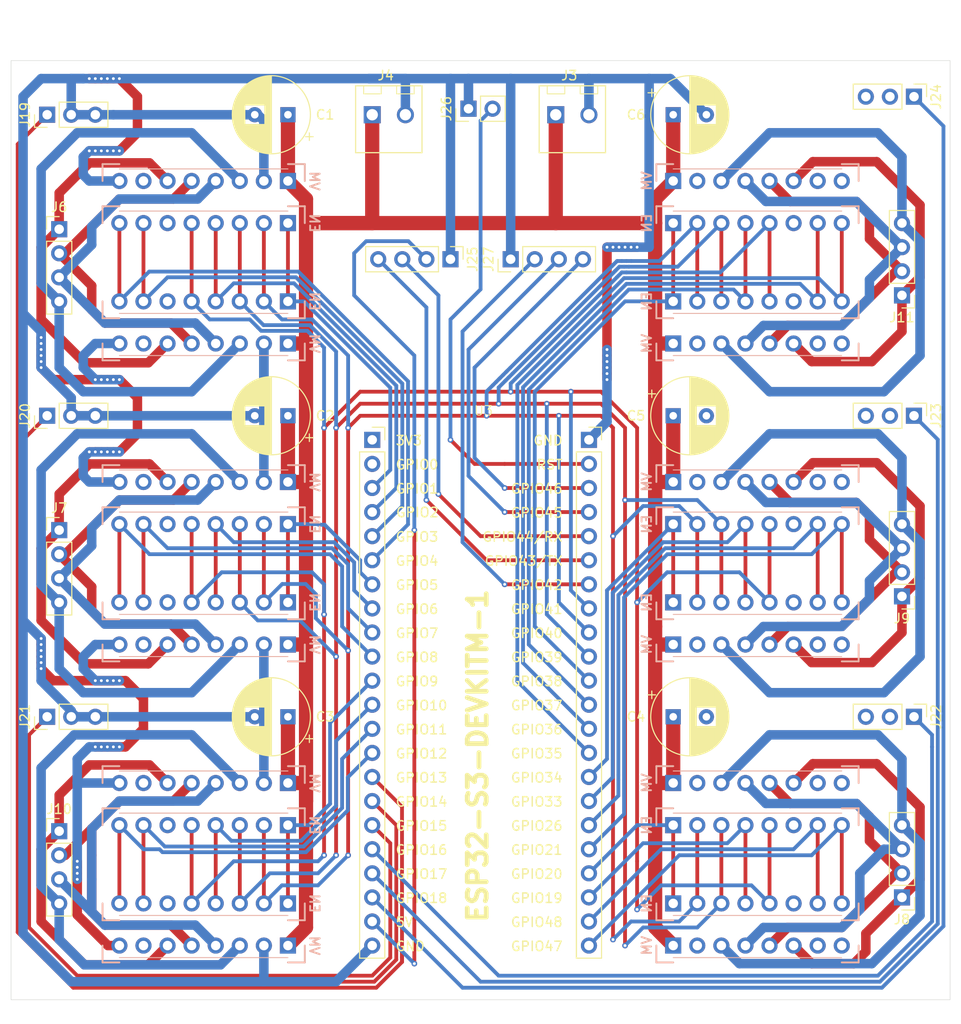
<source format=kicad_pcb>
(kicad_pcb (version 20241229) (generator "pcbnew") (generator_version "9.0")
  (layers (0 "F.Cu" signal) (2 "B.Cu" signal) (13 "F.Paste" user) (15 "B.Paste" user) (5 "F.SilkS" user "F.Silkscreen") (7 "B.SilkS" user "B.Silkscreen") (1 "F.Mask" user) (3 "B.Mask" user) (25 "Edge.Cuts" user))
  (net 0 "")
  (net 1 "GND")
  (net 2 "VM")
  (net 3 "VIO")
  (net 4 "GPIO45")
  (net 5 "SDI")
  (net 6 "GPIO46")
  (net 7 "GPIO42")
  (net 8 "SDO")
  (net 9 "SCK")
  (net 10 "/All TMCs/CS5")
  (net 11 "/All TMCs/EN2")
  (net 12 "/All TMCs/EN1")
  (net 13 "/All TMCs/EN5")
  (net 15 "/All TMCs/STEP6")
  (net 16 "/All TMCs/CS2")
  (net 17 "/All TMCs/DIR6")
  (net 18 "/All TMCs/DIR5")
  (net 19 "/All TMCs/CS6")
  (net 20 "/All TMCs/DIR4")
  (net 21 "/All TMCs/DIR3")
  (net 22 "/All TMCs/EN3")
  (net 23 "/All TMCs/DIR2")
  (net 24 "/All TMCs/CS1")
  (net 25 "/All TMCs/DIR1")
  (net 26 "/All TMCs/STEP2")
  (net 27 "/All TMCs/STEP4")
  (net 28 "/All TMCs/STEP3")
  (net 29 "/All TMCs/STEP5")
  (net 30 "/All TMCs/STEP1")
  (net 31 "/All TMCs/EN4")
  (net 32 "/All TMCs/EN6")
  (net 33 "/All TMCs/CS3")
  (net 34 "/All TMCs/CS4")
  (net 36 "SW1")
  (net 37 "SW2")
  (net 38 "SW3")
  (net 39 "SW4")
  (net 40 "SW5")
  (net 41 "SW6")
  (net 42 "CAN_TX")
  (net 43 "CAN_RX")
  (net 44 "VCC")
  (net 45 "CHIP_PU")
  (net 57 "/All TMCs/BothTMCs n1/M2B")
  (net 58 "/All TMCs/BothTMCs n1/M2A")
  (net 59 "/All TMCs/BothTMCs n2/M2A")
  (net 60 "/All TMCs/BothTMCs n2/M2B")
  (net 61 "/All TMCs/BothTMCs n4/M2B")
  (net 62 "/All TMCs/BothTMCs n4/M2A")
  (net 63 "/All TMCs/BothTMCs n5/M2A")
  (net 64 "/All TMCs/BothTMCs n5/M2B")
  (net 65 "/All TMCs/BothTMCs n3/M2A")
  (net 66 "/All TMCs/BothTMCs n3/M2B")
  (net 67 "/All TMCs/BothTMCs n6/M2B")
  (net 68 "/All TMCs/BothTMCs n6/M2A")
  (net 69 "/All TMCs/BothTMCs n1/M1B")
  (net 70 "/All TMCs/BothTMCs n1/M1A")
  (net 71 "/All TMCs/BothTMCs n2/M1B")
  (net 72 "/All TMCs/BothTMCs n2/M1A")
  (net 73 "/All TMCs/BothTMCs n4/M1B")
  (net 74 "/All TMCs/BothTMCs n4/M1A")
  (net 75 "/All TMCs/BothTMCs n5/M1B")
  (net 76 "/All TMCs/BothTMCs n5/M1A")
  (net 77 "/All TMCs/BothTMCs n3/M1B")
  (net 78 "/All TMCs/BothTMCs n3/M1A")
  (net 79 "/All TMCs/BothTMCs n6/M1A")
  (net 80 "/All TMCs/BothTMCs n6/M1B")
  (footprint "Capacitor_THT:CP_Radial_D8.0mm_P3.50mm" (layer "F.Cu") (at 82.55 118.745 180)
    (property "Reference" "C3")
    (property "Value" "100uF/50V 20%")
  )
  (footprint "Connector_PinHeader_2.54mm:PinHeader_1x04_P2.54mm_Vertical" (layer "F.Cu") (at 106.045 70.485 90)
    (property "Reference" "J27")
    (property "Value" "Remaining GPIOs")
  )
  (footprint "Capacitor_THT:CP_Radial_D8.0mm_P3.50mm" (layer "F.Cu") (at 123.19 86.995)
    (property "Reference" "C5")
    (property "Value" "100uF/50V 20%")
  )
  (footprint "Connector_PinHeader_2.54mm:PinHeader_1x04_P2.54mm_Vertical" (layer "F.Cu") (at 147.32 106.045 180)
    (property "Reference" "J9")
    (property "Value" "Conn_01x04_Pin")
  )
  (footprint "Connector_PinHeader_2.54mm:PinHeader_1x03_P2.54mm_Vertical" (layer "F.Cu") (at 148.59 118.745 -90)
    (property "Reference" "J22")
    (property "Value" "Limit Switch Connector n4")
  )
  (footprint "Connector_PinHeader_2.54mm:PinHeader_1x03_P2.54mm_Vertical" (layer "F.Cu") (at 57.15 118.745 90)
    (property "Reference" "J21")
    (property "Value" "Limit Switch Connector n3")
  )
  (footprint "Connector_PinHeader_2.54mm:PinHeader_1x02_P2.54mm_Vertical" (layer "F.Cu") (at 101.595 54.61 90)
    (property "Reference" "J26")
    (property "Value" "Controller Reset")
  )
  (footprint "Connector_PinHeader_2.54mm:PinHeader_1x04_P2.54mm_Vertical" (layer "F.Cu") (at 147.32 74.295 180)
    (property "Reference" "J11")
    (property "Value" "Conn_01x04_Pin")
  )
  (footprint "Connector_PinHeader_2.54mm:PinHeader_1x04_P2.54mm_Vertical" (layer "F.Cu") (at 58.42 99.06)
    (property "Reference" "J7")
    (property "Value" "Conn_01x04_Pin")
  )
  (footprint "Capacitor_THT:CP_Radial_D8.0mm_P3.50mm" (layer "F.Cu") (at 123.19 118.745)
    (property "Reference" "C4")
    (property "Value" "100uF/50V 20%")
  )
  (footprint "Custom_Footprints:Phoenix_TerminalBlock_1x02_3.5mm_1984617" (layer "F.Cu") (at 89.69 59.245)
    (property "Reference" "J4")
    (property "Value" "Screw_Terminal_01x02")
  )
  (footprint "Connector_PinHeader_2.54mm:PinHeader_1x04_P2.54mm_Vertical" (layer "F.Cu") (at 99.695 70.485 -90)
    (property "Reference" "J25")
    (property "Value" "CAN Connector")
  )
  (footprint "Connector_PinHeader_2.54mm:PinHeader_1x04_P2.54mm_Vertical" (layer "F.Cu") (at 58.42 130.81)
    (property "Reference" "J10")
    (property "Value" "Conn_01x04_Pin")
  )
  (footprint "Connector_PinHeader_2.54mm:PinHeader_1x03_P2.54mm_Vertical" (layer "F.Cu") (at 148.59 53.34 -90)
    (property "Reference" "J24")
    (property "Value" "Limit Switch Connector n6")
  )
  (footprint "Capacitor_THT:CP_Radial_D8.0mm_P3.50mm" (layer "F.Cu") (at 82.55 55.245 180)
    (property "Reference" "C1")
    (property "Value" "100uF/50V 20%")
  )
  (footprint "Capacitor_THT:CP_Radial_D8.0mm_P3.50mm" (layer "F.Cu") (at 123.19 55.245)
    (property "Reference" "C6")
    (property "Value" "100uF/50V 20%")
  )
  (footprint "Custom_Footprints:ESP32-S3-DEVKITM Female Headers" (layer "F.Cu") (at 90.0176 144.2212)
    (property "Reference" "U3")
    (property "Value" "ESP32-S3-DEVKITM")
  )
  (footprint "Connector_PinHeader_2.54mm:PinHeader_1x04_P2.54mm_Vertical" (layer "F.Cu") (at 58.42 67.32)
    (property "Reference" "J6")
    (property "Value" "Conn_01x04_Pin")
  )
  (footprint "Connector_PinHeader_2.54mm:PinHeader_1x03_P2.54mm_Vertical" (layer "F.Cu") (at 57.15 55.245 90)
    (property "Reference" "J19")
    (property "Value" "Limit Switch Connector n1")
  )
  (footprint "Capacitor_THT:CP_Radial_D8.0mm_P3.50mm" (layer "F.Cu") (at 82.55 86.995 180)
    (property "Reference" "C2")
    (property "Value" "100uF/50V 20%")
  )
  (footprint "Connector_PinHeader_2.54mm:PinHeader_1x03_P2.54mm_Vertical" (layer "F.Cu") (at 57.15 86.995 90)
    (property "Reference" "J20")
    (property "Value" "Limit Switch Connector n2")
  )
  (footprint "Connector_PinHeader_2.54mm:PinHeader_1x04_P2.54mm_Vertical" (layer "F.Cu") (at 147.32 137.795 180)
    (property "Reference" "J8")
    (property "Value" "Conn_01x04_Pin")
  )
  (footprint "Custom_Footprints:Phoenix_TerminalBlock_1x02_3.5mm_1984617" (layer "F.Cu") (at 109.05 59.245)
    (property "Reference" "J3")
    (property "Value" "Screw_Terminal_01x02")
  )
  (footprint "Connector_PinHeader_2.54mm:PinHeader_1x03_P2.54mm_Vertical" (layer "F.Cu") (at 148.59 86.995 -90)
    (property "Reference" "J23")
    (property "Value" "Limit Switch Connector n5")
  )
  (footprint "Custom_Footprints:SILENTSTEPSTICK TMC2130" (layer "B.Cu") (at 63.5 132.08 90)
    (property "Reference" "U17" (hide yes))
    (property "Value" "SILENTSTEPSTICK TMC2130" (hide yes))
  )
  (footprint "Custom_Footprints:SILENTSTEPSTICK TMC5160" (layer "B.Cu") (at 63.5 73.025 90)
    (property "Reference" "U8" (hide yes))
    (property "Value" "SILENTSTEPSTICK TMC5160")
  )
  (footprint "Custom_Footprints:SILENTSTEPSTICK TMC2130" (layer "B.Cu") (at 142.24 73.025 -90)
    (property "Reference" "U19" (hide yes))
    (property "Value" "SILENTSTEPSTICK TMC2130" (hide yes))
  )
  (footprint "Custom_Footprints:SILENTSTEPSTICK TMC2130" (layer "B.Cu") (at 63.5 100.33 90)
    (property "Reference" "U11" (hide yes))
    (property "Value" "SILENTSTEPSTICK TMC2130" (hide yes))
  )
  (footprint "Custom_Footprints:SILENTSTEPSTICK TMC5160" (layer "B.Cu") (at 63.5 104.775 90)
    (property "Reference" "U10" (hide yes))
    (property "Value" "SILENTSTEPSTICK TMC5160" (hide yes))
  )
  (footprint "Custom_Footprints:SILENTSTEPSTICK TMC5160" (layer "B.Cu") (at 63.5 136.525 90)
    (property "Reference" "U16" (hide yes))
    (property "Value" "SILENTSTEPSTICK TMC5160" (hide yes))
  )
  (footprint "Custom_Footprints:SILENTSTEPSTICK TMC2130" (layer "B.Cu") (at 142.24 136.525 -90)
    (property "Reference" "U13" (hide yes))
    (property "Value" "SILENTSTEPSTICK TMC2130" (hide yes))
  )
  (footprint "Custom_Footprints:SILENTSTEPSTICK TMC5160" (layer "B.Cu") (at 142.24 68.58 -90)
    (property "Reference" "U18" (hide yes))
    (property "Value" "SILENTSTEPSTICK TMC5160" (hide yes))
  )
  (footprint "Custom_Footprints:SILENTSTEPSTICK TMC5160" (layer "B.Cu") (at 142.24 132.08 -90)
    (property "Reference" "U12" (hide yes))
    (property "Value" "SILENTSTEPSTICK TMC5160" (hide yes))
  )
  (footprint "Custom_Footprints:SILENTSTEPSTICK TMC2130" (layer "B.Cu") (at 142.24 104.775 -90)
    (property "Reference" "U15" (hide yes))
    (property "Value" "SILENTSTEPSTICK TMC2130" (hide yes))
  )
  (footprint "Custom_Footprints:SILENTSTEPSTICK TMC2130" (layer "B.Cu") (at 63.5 68.58 90)
    (property "Reference" "U9" (hide yes))
    (property "Value" "SILENTSTEPSTICK TMC2130" (hide yes))
  )
  (footprint "Custom_Footprints:SILENTSTEPSTICK TMC5160" (layer "B.Cu") (at 142.24 100.33 -90)
    (property "Reference" "U14" (hide yes))
    (property "Value" "SILENTSTEPSTICK TMC5160" (hide yes))
  )
  (gr_rect (start 53.34 49.53) (end 152.4 148.59) (stroke (width 0.05)) (fill no) (layer "Edge.Cuts"))
  (segment (start 67.31 116.84) (end 65.405 114.935) (width 1) (layer "F.Cu") (net 1))
  (segment (start 56.515 112.395) (end 56.515 111.76) (width 1) (layer "F.Cu") (net 1))
  (segment (start 56.515 111.76) (end 56.515 111.125) (width 1) (layer "F.Cu") (net 1))
  (segment (start 116.205 69.215) (end 119.38 69.215) (width 1) (layer "F.Cu") (net 1))
  (segment (start 116.205 81.915) (end 116.205 82.55) (width 1) (layer "F.Cu") (net 1))
  (segment (start 60.325 133.985) (end 60.325 134.62) (width 1) (layer "F.Cu") (net 1))
  (segment (start 62.23 51.435) (end 61.595 51.435) (width 1) (layer "F.Cu") (net 1))
  (segment (start 63.5 114.935) (end 62.865 114.935) (width 1) (layer "F.Cu") (net 1))
  (segment (start 56.515 79.375) (end 56.515 78.74) (width 1) (layer "F.Cu") (net 1))
  (segment (start 116.205 69.215) (end 116.205 80.01) (width 1) (layer "F.Cu") (net 1))
  (segment (start 66.675 53.34) (end 64.77 51.435) (width 1) (layer "F.Cu") (net 1))
  (segment (start 56.515 113.03) (end 56.515 112.395) (width 1) (layer "F.Cu") (net 1))
  (segment (start 62.865 114.935) (end 62.23 114.935) (width 1) (layer "F.Cu") (net 1))
  (segment (start 64.77 83.185) (end 57.785 83.185) (width 1) (layer "F.Cu") (net 1))
  (segment (start 57.785 114.935) (end 56.515 113.665) (width 1) (layer "F.Cu") (net 1))
  (segment (start 62.865 51.435) (end 62.23 51.435) (width 1) (layer "F.Cu") (net 1))
  (segment (start 64.77 59.055) (end 66.675 57.15) (width 1) (layer "F.Cu") (net 1))
  (segment (start 66.675 57.15) (end 66.675 53.34) (width 1) (layer "F.Cu") (net 1))
  (segment (start 56.515 80.645) (end 56.515 80.01) (width 1) (layer "F.Cu") (net 1))
  (segment (start 64.135 114.935) (end 57.785 114.935) (width 1) (layer "F.Cu") (net 1))
  (segment (start 56.515 81.915) (end 56.515 81.28) (width 1) (layer "F.Cu") (net 1))
  (segment (start 63.567919 142.875) (end 64.77 142.875) (width 1) (layer "F.Cu") (net 1))
  (segment (start 60.325 134.62) (end 60.325 135.255) (width 1) (layer "F.Cu") (net 1))
  (segment (start 64.135 114.935) (end 63.5 114.935) (width 1) (layer "F.Cu") (net 1))
  (segment (start 116.205 80.645) (end 116.205 81.28) (width 1) (layer "F.Cu") (net 1))
  (segment (start 64.77 51.435) (end 64.135 51.435) (width 1) (layer "F.Cu") (net 1))
  (segment (start 56.515 111.125) (end 56.515 110.49) (width 1) (layer "F.Cu") (net 1))
  (segment (start 64.135 51.435) (end 63.5 51.435) (width 1) (layer "F.Cu") (net 1))
  (segment (start 116.205 81.28) (end 116.205 81.915) (width 1) (layer "F.Cu") (net 1))
  (segment (start 66.675 85.09) (end 64.77 83.185) (width 1) (layer "F.Cu") (net 1))
  (segment (start 56.515 81.28) (end 56.515 80.645) (width 1) (layer "F.Cu") (net 1))
  (segment (start 62.23 121.92) (end 65.405 121.92) (width 1) (layer "F.Cu") (net 1))
  (segment (start 64.77 90.805) (end 66.675 88.9) (width 1) (layer "F.Cu") (net 1))
  (segment (start 116.205 82.55) (end 116.205 83.185) (width 1) (layer "F.Cu") (net 1))
  (segment (start 116.205 80.01) (end 116.205 80.645) (width 1) (layer "F.Cu") (net 1))
  (segment (start 56.515 80.01) (end 56.515 79.375) (width 1) (layer "F.Cu") (net 1))
  (segment (start 63.5 51.435) (end 62.865 51.435) (width 1) (layer "F.Cu") (net 1))
  (segment (start 60.325 135.255) (end 60.325 135.89) (width 1) (layer "F.Cu") (net 1))
  (segment (start 65.405 121.92) (end 67.31 120.015) (width 1) (layer "F.Cu") (net 1))
  (segment (start 60.325 135.89) (end 60.325 139.632081) (width 1) (layer "F.Cu") (net 1))
  (segment (start 62.23 90.805) (end 61.595 90.805) (width 1) (layer "F.Cu") (net 1))
  (segment (start 62.23 90.805) (end 64.77 90.805) (width 1) (layer "F.Cu") (net 1))
  (segment (start 61.595 59.055) (end 64.77 59.055) (width 1) (layer "F.Cu") (net 1))
  (segment (start 67.31 120.015) (end 67.31 116.84) (width 1) (layer "F.Cu") (net 1))
  (segment (start 60.325 139.632081) (end 63.567919 142.875) (width 1) (layer "F.Cu") (net 1))
  (segment (start 57.785 83.185) (end 56.515 81.915) (width 1) (layer "F.Cu") (net 1))
  (segment (start 65.405 114.935) (end 64.135 114.935) (width 1) (layer "F.Cu") (net 1))
  (segment (start 66.675 88.9) (end 66.675 85.09) (width 1) (layer "F.Cu") (net 1))
  (segment (start 56.515 113.665) (end 56.515 113.03) (width 1) (layer "F.Cu") (net 1))
  (via (at 60.325 135.89) (size 0.6) (drill 0.3) (layers "F.Cu" "B.Cu") (net 1))
  (via (at 63.5 83.185) (size 0.6) (drill 0.3) (layers "F.Cu" "B.Cu") (net 1))
  (via (at 116.205 82.55) (size 0.6) (drill 0.3) (layers "F.Cu" "B.Cu") (net 1))
  (via (at 61.595 51.435) (size 0.6) (drill 0.3) (layers "F.Cu" "B.Cu") (net 1))
  (via (at 62.23 121.92) (size 0.6) (drill 0.3) (layers "F.Cu" "B.Cu") (net 1))
  (via (at 60.325 135.255) (size 0.6) (drill 0.3) (layers "F.Cu" "B.Cu") (net 1))
  (via (at 64.135 51.435) (size 0.6) (drill 0.3) (layers "F.Cu" "B.Cu") (net 1))
  (via (at 62.23 83.185) (size 0.6) (drill 0.3) (layers "F.Cu" "B.Cu") (net 1))
  (via (at 62.23 59.055) (size 0.6) (drill 0.3) (layers "F.Cu" "B.Cu") (net 1))
  (via (at 64.77 51.435) (size 0.6) (drill 0.3) (layers "F.Cu" "B.Cu") (net 1))
  (via (at 64.135 83.185) (size 0.6) (drill 0.3) (layers "F.Cu" "B.Cu") (net 1))
  (via (at 64.77 59.055) (size 0.6) (drill 0.3) (layers "F.Cu" "B.Cu") (net 1))
  (via (at 116.84 69.215) (size 0.6) (drill 0.3) (layers "F.Cu" "B.Cu") (net 1))
  (via (at 62.865 51.435) (size 0.6) (drill 0.3) (layers "F.Cu" "B.Cu") (net 1))
  (via (at 63.5 59.055) (size 0.6) (drill 0.3) (layers "F.Cu" "B.Cu") (net 1))
  (via (at 61.595 59.055) (size 0.6) (drill 0.3) (layers "F.Cu" "B.Cu") (net 1))
  (via (at 116.205 69.215) (size 0.6) (drill 0.3) (layers "F.Cu" "B.Cu") (net 1))
  (via (at 116.205 81.28) (size 0.6) (drill 0.3) (layers "F.Cu" "B.Cu") (net 1))
  (via (at 64.135 121.92) (size 0.6) (drill 0.3) (layers "F.Cu" "B.Cu") (net 1))
  (via (at 62.865 83.185) (size 0.6) (drill 0.3) (layers "F.Cu" "B.Cu") (net 1))
  (via (at 56.515 78.74) (size 0.6) (drill 0.3) (layers "F.Cu" "B.Cu") (net 1))
  (via (at 64.77 83.185) (size 0.6) (drill 0.3) (layers "F.Cu" "B.Cu") (net 1))
  (via (at 62.865 90.805) (size 0.6) (drill 0.3) (layers "F.Cu" "B.Cu") (net 1))
  (via (at 56.515 81.28) (size 0.6) (drill 0.3) (layers "F.Cu" "B.Cu") (net 1))
  (via (at 119.38 69.215) (size 0.6) (drill 0.3) (layers "F.Cu" "B.Cu") (net 1))
  (via (at 56.515 110.49) (size 0.6) (drill 0.3) (layers "F.Cu" "B.Cu") (net 1))
  (via (at 56.515 111.76) (size 0.6) (drill 0.3) (layers "F.Cu" "B.Cu") (net 1))
  (via (at 64.135 59.055) (size 0.6) (drill 0.3) (layers "F.Cu" "B.Cu") (net 1))
  (via (at 116.205 80.01) (size 0.6) (drill 0.3) (layers "F.Cu" "B.Cu") (net 1))
  (via (at 63.5 90.805) (size 0.6) (drill 0.3) (layers "F.Cu" "B.Cu") (net 1))
  (via (at 56.515 112.395) (size 0.6) (drill 0.3) (layers "F.Cu" "B.Cu") (net 1))
  (via (at 116.205 83.185) (size 0.6) (drill 0.3) (layers "F.Cu" "B.Cu") (net 1))
  (via (at 116.205 80.645) (size 0.6) (drill 0.3) (layers "F.Cu" "B.Cu") (net 1))
  (via (at 62.865 121.92) (size 0.6) (drill 0.3) (layers "F.Cu" "B.Cu") (net 1))
  (via (at 62.865 59.055) (size 0.6) (drill 0.3) (layers "F.Cu" "B.Cu") (net 1))
  (via (at 56.515 113.665) (size 0.6) (drill 0.3) (layers "F.Cu" "B.Cu") (net 1))
  (via (at 56.515 80.01) (size 0.6) (drill 0.3) (layers "F.Cu" "B.Cu") (net 1))
  (via (at 56.515 79.375) (size 0.6) (drill 0.3) (layers "F.Cu" "B.Cu") (net 1))
  (via (at 61.595 90.805) (size 0.6) (drill 0.3) (layers "F.Cu" "B.Cu") (net 1))
  (via (at 118.11 69.215) (size 0.6) (drill 0.3) (layers "F.Cu" "B.Cu") (net 1))
  (via (at 56.515 81.915) (size 0.6) (drill 0.3) (layers "F.Cu" "B.Cu") (net 1))
  (via (at 64.77 121.92) (size 0.6) (drill 0.3) (layers "F.Cu" "B.Cu") (net 1))
  (via (at 64.77 90.805) (size 0.6) (drill 0.3) (layers "F.Cu" "B.Cu") (net 1))
  (via (at 116.205 81.915) (size 0.6) (drill 0.3) (layers "F.Cu" "B.Cu") (net 1))
  (via (at 56.515 111.125) (size 0.6) (drill 0.3) (layers "F.Cu" "B.Cu") (net 1))
  (via (at 56.515 80.645) (size 0.6) (drill 0.3) (layers "F.Cu" "B.Cu") (net 1))
  (via (at 64.135 90.805) (size 0.6) (drill 0.3) (layers "F.Cu" "B.Cu") (net 1))
  (via (at 62.23 114.935) (size 0.6) (drill 0.3) (layers "F.Cu" "B.Cu") (net 1))
  (via (at 64.135 114.935) (size 0.6) (drill 0.3) (layers "F.Cu" "B.Cu") (net 1))
  (via (at 64.77 114.935) (size 0.6) (drill 0.3) (layers "F.Cu" "B.Cu") (net 1))
  (via (at 56.515 113.03) (size 0.6) (drill 0.3) (layers "F.Cu" "B.Cu") (net 1))
  (via (at 63.5 114.935) (size 0.6) (drill 0.3) (layers "F.Cu" "B.Cu") (net 1))
  (via (at 63.5 121.92) (size 0.6) (drill 0.3) (layers "F.Cu" "B.Cu") (net 1))
  (via (at 60.325 134.62) (size 0.6) (drill 0.3) (layers "F.Cu" "B.Cu") (net 1))
  (via (at 62.865 114.935) (size 0.6) (drill 0.3) (layers "F.Cu" "B.Cu") (net 1))
  (via (at 62.23 51.435) (size 0.6) (drill 0.3) (layers "F.Cu" "B.Cu") (net 1))
  (via (at 117.475 69.215) (size 0.6) (drill 0.3) (layers "F.Cu" "B.Cu") (net 1))
  (via (at 60.325 133.985) (size 0.6) (drill 0.3) (layers "F.Cu" "B.Cu") (net 1))
  (via (at 118.745 69.215) (size 0.6) (drill 0.3) (layers "F.Cu" "B.Cu") (net 1))
  (via (at 62.23 90.805) (size 0.6) (drill 0.3) (layers "F.Cu" "B.Cu") (net 1))
  (via (at 63.5 51.435) (size 0.6) (drill 0.3) (layers "F.Cu" "B.Cu") (net 1))
  (segment (start 59.69 118.745) (end 59.69 118.11) (width 1) (layer "B.Cu") (net 1))
  (segment (start 114.3 51.435) (end 120.65 51.435) (width 1) (layer "B.Cu") (net 1))
  (segment (start 62.23 111.125) (end 64.77 111.125) (width 1) (layer "B.Cu") (net 1))
  (segment (start 54.61 76.2) (end 56.515 78.105) (width 1) (layer "B.Cu") (net 1))
  (segment (start 56.515 114.935) (end 56.515 113.665) (width 1) (layer "B.Cu") (net 1))
  (segment (start 59.69 86.995) (end 59.69 85.09) (width 1) (layer "B.Cu") (net 1))
  (segment (start 80.01 117.785) (end 80.01 111.125) (width 1) (layer "B.Cu") (net 1))
  (segment (start 80.01 146.685) (end 87.63 146.685) (width 1) (layer "B.Cu") (net 1))
  (segment (start 63.5 90.805) (end 64.135 90.805) (width 1) (layer "B.Cu") (net 1))
  (segment (start 118.11 69.215) (end 117.475 69.215) (width 1) (layer "B.Cu") (net 1))
  (segment (start 91.13 51.435) (end 99.695 51.435) (width 1) (layer "B.Cu") (net 1))
  (segment (start 79.05 86.995) (end 59.69 86.995) (width 1) (layer "B.Cu") (net 1))
  (segment (start 60.325 125.73) (end 60.325 123.19) (width 1) (layer "B.Cu") (net 1))
  (segment (start 61.595 93.98) (end 60.96 93.345) (width 1) (layer "B.Cu") (net 1))
  (segment (start 59.69 51.435) (end 59.69 55.245) (width 1) (layer "B.Cu") (net 1))
  (segment (start 54.61 76.2) (end 54.61 108.585) (width 1) (layer "B.Cu") (net 1))
  (segment (start 119.38 69.215) (end 118.745 69.215) (width 1) (layer "B.Cu") (net 1))
  (segment (start 79.375 55.245) (end 80.01 55.88) (width 1) (layer "B.Cu") (net 1))
  (segment (start 62.23 83.185) (end 62.865 83.185) (width 1) (layer "B.Cu") (net 1))
  (segment (start 64.135 59.055) (end 64.77 59.055) (width 1) (layer "B.Cu") (net 1))
  (segment (start 99.695 51.435) (end 99.695 70.485) (width 1) (layer "B.Cu") (net 1))
  (segment (start 80.01 117.785) (end 80.01 125.73) (width 1) (layer "B.Cu") (net 1))
  (segment (start 116.205 87.63) (end 114.3 89.535) (width 1) (layer "B.Cu") (net 1))
  (segment (start 62.865 121.92) (end 63.5 121.92) (width 1) (layer "B.Cu") (net 1))
  (segment (start 62.23 90.805) (end 62.865 90.805) (width 1) (layer "B.Cu") (net 1))
  (segment (start 60.96 59.69) (end 61.595 59.055) (width 1) (layer "B.Cu") (net 1))
  (segment (start 64.77 51.435) (end 60.96 51.435) (width 1) (layer "B.Cu") (net 1))
  (segment (start 62.865 59.055) (end 63.5 59.055) (width 1) (layer "B.Cu") (net 1))
  (segment (start 94.94 51.435) (end 94.94 55.245) (width 1) (layer "B.Cu") (net 1))
  (segment (start 116.84 69.215) (end 116.205 69.215) (width 1) (layer "B.Cu") (net 1))
  (segment (start 59.69 85.09) (end 56.515 81.915) (width 1) (layer "B.Cu") (net 1))
  (segment (start 64.77 51.435) (end 91.13 51.435) (width 1) (layer "B.Cu") (net 1))
  (segment (start 61.595 90.805) (end 64.77 90.805) (width 1) (layer "B.Cu") (net 1))
  (segment (start 63.5 121.92) (end 64.77 121.92) (width 1) (layer "B.Cu") (net 1))
  (segment (start 62.23 114.935) (end 64.77 114.935) (width 1) (layer "B.Cu") (net 1))
  (segment (start 62.865 83.185) (end 63.5 83.185) (width 1) (layer "B.Cu") (net 1))
  (segment (start 60.96 51.435) (end 56.515 51.435) (width 1) (layer "B.Cu") (net 1))
  (segment (start 64.77 93.98) (end 61.595 93.98) (width 1) (layer "B.Cu") (net 1))
  (segment (start 60.96 80.645) (end 62.23 79.375) (width 1) (layer "B.Cu") (net 1))
  (segment (start 56.515 78.105) (end 56.515 81.915) (width 1) (layer "B.Cu") (net 1))
  (segment (start 54.61 108.585) (end 56.515 110.49) (width 1) (layer "B.Cu") (net 1))
  (segment (start 99.695 51.435) (end 101.595 51.435) (width 1) (layer "B.Cu") (net 1))
  (segment (start 101.595 51.435) (end 106.045 51.435) (width 1) (layer "B.Cu") (net 1))
  (segment (start 62.23 79.375) (end 64.77 79.375) (width 1) (layer "B.Cu") (net 1))
  (segment (start 56.515 78.105) (end 56.515 78.74) (width 1) (layer "B.Cu") (net 1))
  (segment (start 80.01 86.995) (end 80.01 79.375) (width 1) (layer "B.Cu") (net 1))
  (segment (start 114.3 51.435) (end 114.3 55.245) (width 1) (layer "B.Cu") (net 1))
  (segment (start 60.96 81.915) (end 60.96 80.645) (width 1) (layer "B.Cu") (net 1))
  (segment (start 64.135 83.185) (end 64.77 83.185) (width 1) (layer "B.Cu") (net 1))
  (segment (start 60.96 112.395) (end 62.23 111.125) (width 1) (layer "B.Cu") (net 1))
  (segment (start 60.96 61.595) (end 60.96 59.69) (width 1) (layer "B.Cu") (net 1))
  (segment (start 80.01 146.685) (end 80.01 142.875) (width 1) (layer "B.Cu") (net 1))
  (segment (start 56.515 51.435) (end 54.61 53.34) (width 1) (layer "B.Cu") (net 1))
  (segment (start 62.23 121.92) (end 62.865 121.92) (width 1) (layer "B.Cu") (net 1))
  (segment (start 54.61 108.585) (end 54.61 141.605) (width 1) (layer "B.Cu") (net 1))
  (segment (start 101.595 51.435) (end 101.595 54.61) (width 1) (layer "B.Cu") (net 1))
  (segment (start 59.69 118.11) (end 56.515 114.935) (width 1) (layer "B.Cu") (net 1))
  (segment (start 80.01 119.38) (end 80.01 117.785) (width 1) (layer "B.Cu") (net 1))
  (segment (start 60.325 135.89) (end 60.325 125.73) (width 1) (layer "B.Cu") (net 1))
  (segment (start 56.515 81.915) (end 56.515 78.74) (width 1) (layer "B.Cu") (net 1))
  (segment (start 117.475 69.215) (end 116.84 69.215) (width 1) (layer "B.Cu") (net 1))
  (segment (start 60.96 91.44) (end 61.595 90.805) (width 1) (layer "B.Cu") (net 1))
  (segment (start 64.135 55.245) (end 79.05 55.245) (width 1) (layer "B.Cu") (net 1))
  (segment (start 60.96 113.665) (end 60.96 112.395) (width 1) (layer "B.Cu") (net 1))
  (segment (start 59.69 146.685) (end 80.01 146.685) (width 1) (layer "B.Cu") (net 1))
  (segment (start 122.88 51.435) (end 126.69 55.245) (width 1) (layer "B.Cu") (net 1))
  (segment (start 118.745 69.215) (end 118.11 69.215) (width 1) (layer "B.Cu") (net 1))
  (segment (start 91.13 51.435) (end 94.94 51.435) (width 1) (layer "B.Cu") (net 1))
  (segment (start 64.135 90.805) (end 64.77 90.805) (width 1) (layer "B.Cu") (net 1))
  (segment (start 62.23 59.055) (end 62.865 59.055) (width 1) (layer "B.Cu") (net 1))
  (segment (start 60.96 93.345) (end 60.96 91.44) (width 1) (layer "B.Cu") (net 1))
  (segment (start 106.045 51.435) (end 114.3 51.435) (width 1) (layer "B.Cu") (net 1))
  (segment (start 64.77 62.23) (end 61.595 62.23) (width 1) (layer "B.Cu") (net 1))
  (segment (start 120.65 51.435) (end 120.65 69.215) (width 1) (layer "B.Cu") (net 1))
  (segment (start 61.595 62.23) (end 60.96 61.595) (width 1) (layer "B.Cu") (net 1))
  (segment (start 116.205 80.01) (end 116.205 87.63) (width 1) (layer "B.Cu") (net 1))
  (segment (start 59.69 118.745) (end 79.05 118.745) (width 1) (layer "B.Cu") (net 1))
  (segment (start 64.135 55.245) (end 59.69 55.245) (width 1) (layer "B.Cu") (net 1))
  (segment (start 61.595 121.92) (end 62.23 121.92) (width 1) (layer "B.Cu") (net 1))
  (segment (start 63.5 83.185) (end 64.135 83.185) (width 1) (layer "B.Cu") (net 1))
  (segment (start 62.23 114.935) (end 60.96 113.665) (width 1) (layer "B.Cu") (net 1))
  (segment (start 87.63 146.685) (end 91.44 142.875) (width 1) (layer "B.Cu") (net 1))
  (segment (start 62.23 83.185) (end 60.96 81.915) (width 1) (layer "B.Cu") (net 1))
  (segment (start 60.325 123.19) (end 61.595 121.92) (width 1) (layer "B.Cu") (net 1))
  (segment (start 79.05 55.245) (end 79.375 55.245) (width 1) (layer "B.Cu") (net 1))
  (segment (start 61.595 59.055) (end 62.23 59.055) (width 1) (layer "B.Cu") (net 1))
  (segment (start 120.65 51.435) (end 122.88 51.435) (width 1) (layer "B.Cu") (net 1))
  (segment (start 80.01 55.88) (end 80.01 62.23) (width 1) (layer "B.Cu") (net 1))
  (segment (start 80.01 79.375) (end 80.01 93.98) (width 1) (layer "B.Cu") (net 1))
  (segment (start 62.865 90.805) (end 63.5 90.805) (width 1) (layer "B.Cu") (net 1))
  (segment (start 54.61 53.34) (end 54.61 76.2) (width 1) (layer "B.Cu") (net 1))
  (segment (start 56.515 110.49) (end 56.515 113.665) (width 1) (layer "B.Cu") (net 1))
  (segment (start 79.05 86.995) (end 80.01 86.995) (width 1) (layer "B.Cu") (net 1))
  (segment (start 60.96 51.435) (end 59.69 51.435) (width 1) (layer "B.Cu") (net 1))
  (segment (start 63.5 59.055) (end 64.135 59.055) (width 1) (layer "B.Cu") (net 1))
  (segment (start 54.61 141.605) (end 59.69 146.685) (width 1) (layer "B.Cu") (net 1))
  (segment (start 120.65 69.215) (end 119.38 69.215) (width 1) (layer "B.Cu") (net 1))
  (segment (start 60.325 125.73) (end 64.77 125.73) (width 1) (layer "B.Cu") (net 1))
  (segment (start 106.045 51.435) (end 106.045 70.485) (width 1) (layer "B.Cu") (net 1))
  (segment (start 82.55 62.23) (end 82.55 55.245) (width 1.5) (layer "F.Cu") (net 2))
  (segment (start 121.285 109.22) (end 121.285 95.885) (width 1.5) (layer "F.Cu") (net 2))
  (segment (start 123.19 93.98) (end 123.19 86.995) (width 1.5) (layer "F.Cu") (net 2))
  (segment (start 84.455 140.97) (end 84.455 127.635) (width 1.5) (layer "F.Cu") (net 2))
  (segment (start 121.639 141.324) (end 123.19 142.875) (width 1.5) (layer "F.Cu") (net 2))
  (segment (start 84.455 127.635) (end 84.455 111.125) (width 1.5) (layer "F.Cu") (net 2))
  (segment (start 121.285 64.135) (end 123.19 62.23) (width 1.5) (layer "F.Cu") (net 2))
  (segment (start 121.285 93.98) (end 123.19 93.98) (width 1.5) (layer "F.Cu") (net 2))
  (segment (start 84.455 125.73) (end 82.55 125.73) (width 1.5) (layer "F.Cu") (net 2))
  (segment (start 84.455 111.125) (end 82.55 111.125) (width 1.5) (layer "F.Cu") (net 2))
  (segment (start 84.455 79.375) (end 84.455 66.675) (width 1.5) (layer "F.Cu") (net 2))
  (segment (start 121.285 140.97) (end 123.19 142.875) (width 1.5) (layer "F.Cu") (net 2))
  (segment (start 84.455 111.125) (end 84.455 93.98) (width 1.5) (layer "F.Cu") (net 2))
  (segment (start 82.55 93.98) (end 82.55 86.995) (width 1.5) (layer "F.Cu") (net 2))
  (segment (start 84.455 93.98) (end 82.55 93.98) (width 1.5) (layer "F.Cu") (net 2))
  (segment (start 123.19 62.23) (end 123.19 55.245) (width 1.5) (layer "F.Cu") (net 2))
  (segment (start 123.19 111.125) (end 121.285 111.125) (width 1.5) (layer "F.Cu") (net 2))
  (segment (start 121.285 109.22) (end 121.285 111.125) (width 1.5) (layer "F.Cu") (net 2))
  (segment (start 110.8 66.675) (end 121.285 66.675) (width 1.5) (layer "F.Cu") (net 2))
  (segment (start 121.285 79.375) (end 121.285 66.675) (width 1.5) (layer "F.Cu") (net 2))
  (segment (start 121.285 125.73) (end 121.285 140.97) (width 1.5) (layer "F.Cu") (net 2))
  (segment (start 123.19 79.375) (end 121.285 79.375) (width 1.5) (layer "F.Cu") (net 2))
  (segment (start 91.44 66.675) (end 91.44 55.245) (width 1.5) (layer "F.Cu") (net 2))
  (segment (start 121.285 66.675) (end 121.285 64.135) (width 1.5) (layer "F.Cu") (net 2))
  (segment (start 123.19 118.745) (end 123.19 125.73) (width 1.5) (layer "F.Cu") (net 2))
  (segment (start 84.455 66.675) (end 110.8 66.675) (width 1.5) (layer "F.Cu") (net 2))
  (segment (start 84.455 93.98) (end 84.455 79.375) (width 1.5) (layer "F.Cu") (net 2))
  (segment (start 84.455 66.675) (end 91.44 66.675) (width 1.5) (layer "F.Cu") (net 2))
  (segment (start 82.55 142.875) (end 84.455 140.97) (width 1.5) (layer "F.Cu") (net 2))
  (segment (start 121.285 95.885) (end 121.285 79.375) (width 1.5) (layer "F.Cu") (net 2))
  (segment (start 121.285 95.885) (end 121.285 93.98) (width 1.5) (layer "F.Cu") (net 2))
  (segment (start 123.19 125.73) (end 121.285 125.73) (width 1.5) (layer "F.Cu") (net 2))
  (segment (start 121.285 111.125) (end 121.285 125.73) (width 1.5) (layer "F.Cu") (net 2))
  (segment (start 84.455 66.675) (end 84.455 64.135) (width 1.5) (layer "F.Cu") (net 2))
  (segment (start 84.455 79.375) (end 82.55 79.375) (width 1.5) (layer "F.Cu") (net 2))
  (segment (start 84.455 64.135) (end 82.55 62.23) (width 1.5) (layer "F.Cu") (net 2))
  (segment (start 110.8 66.675) (end 110.8 55.245) (width 1.5) (layer "F.Cu") (net 2))
  (segment (start 82.55 125.73) (end 82.55 118.745) (width 1.5) (layer "F.Cu") (net 2))
  (segment (start 84.455 127.635) (end 84.455 125.73) (width 1.5) (layer "F.Cu") (net 2))
  (segment (start 114.3 97.155) (end 105.41 97.155) (width 0.4) (layer "F.Cu") (net 4))
  (via (at 105.41 97.155) (size 0.6) (drill 0.3) (layers "F.Cu" "B.Cu") (net 4))
  (segment (start 101.6 93.345) (end 101.6 80.01) (width 0.4) (layer "B.Cu") (net 4))
  (segment (start 105.41 97.155) (end 101.6 93.345) (width 0.4) (layer "B.Cu") (net 4))
  (segment (start 101.6 80.01) (end 111.125 70.485) (width 0.4) (layer "B.Cu") (net 4))
  (segment (start 103.505 86.995) (end 90.17 86.995) (width 0.4) (layer "F.Cu") (net 5))
  (segment (start 80.01 106.68) (end 80.01 98.425) (width 0.4) (layer "F.Cu") (net 5))
  (segment (start 125.73 130.175) (end 125.73 138.43) (width 0.4) (layer "F.Cu") (net 5))
  (segment (start 125.73 66.675) (end 125.73 74.93) (width 0.4) (layer "F.Cu") (net 5))
  (segment (start 88.9 111.76) (end 88.9 133.35) (width 0.4) (layer "F.Cu") (net 5))
  (segment (start 111.125 86.995) (end 103.505 86.995) (width 0.4) (layer "F.Cu") (net 5))
  (segment (start 90.17 86.995) (end 88.9 88.265) (width 0.4) (layer "F.Cu") (net 5))
  (segment (start 116.84 88.265) (end 115.57 86.995) (width 0.4) (layer "F.Cu") (net 5))
  (segment (start 116.84 142.24) (end 116.84 99.695) (width 0.4) (layer "F.Cu") (net 5))
  (segment (start 80.01 138.43) (end 80.01 130.175) (width 0.4) (layer "F.Cu") (net 5))
  (segment (start 80.01 74.93) (end 80.01 66.675) (width 0.4) (layer "F.Cu") (net 5))
  (segment (start 125.73 98.425) (end 125.73 106.68) (width 0.4) (layer "F.Cu") (net 5))
  (segment (start 116.84 99.695) (end 116.84 88.265) (width 0.4) (layer "F.Cu") (net 5))
  (segment (start 115.57 86.995) (end 111.125 86.995) (width 0.4) (layer "F.Cu") (net 5))
  (segment (start 88.9 111.76) (end 88.9 88.265) (width 0.4) (layer "F.Cu") (net 5))
  (via (at 88.9 133.35) (size 0.6) (drill 0.3) (layers "F.Cu" "B.Cu") (net 5))
  (via (at 88.9 88.265) (size 0.6) (drill 0.3) (layers "F.Cu" "B.Cu") (net 5))
  (via (at 111.125 86.995) (size 0.6) (drill 0.3) (layers "F.Cu" "B.Cu") (net 5))
  (via (at 116.84 142.24) (size 0.6) (drill 0.3) (layers "F.Cu" "B.Cu") (net 5))
  (via (at 103.505 86.995) (size 0.6) (drill 0.3) (layers "F.Cu" "B.Cu") (net 5))
  (via (at 116.84 99.695) (size 0.6) (drill 0.3) (layers "F.Cu" "B.Cu") (net 5))
  (via (at 88.9 111.76) (size 0.6) (drill 0.3) (layers "F.Cu" "B.Cu") (net 5))
  (segment (start 116.40029 71.540058) (end 116.43429 71.506058) (width 0.4) (layer "B.Cu") (net 5))
  (segment (start 111.125 106.68) (end 114.3 109.855) (width 0.4) (layer "B.Cu") (net 5))
  (segment (start 117.266348 70.674) (end 117.764232 70.674) (width 0.4) (layer "B.Cu") (net 5))
  (segment (start 85.725 136.525) (end 88.9 133.35) (width 0.4) (layer "B.Cu") (net 5))
  (segment (start 81.915 76.835) (end 80.01 74.93) (width 0.4) (layer "B.Cu") (net 5))
  (segment (start 106.001174 81.939174) (end 116.048232 71.892116) (width 0.4) (layer "B.Cu") (net 5))
  (segment (start 104.526058 83.41429) (end 104.843 83.097348) (width 0.4) (layer "B.Cu") (net 5))
  (segment (start 116.84 99.695) (end 120.015 96.52) (width 0.4) (layer "B.Cu") (net 5))
  (segment (start 80.01 138.43) (end 81.915 136.525) (width 0.4) (layer "B.Cu") (net 5))
  (segment (start 117.764232 70.674) (end 118.262116 70.674) (width 0.4) (layer "B.Cu") (net 5))
  (segment (start 118.262116 70.674) (end 118.76 70.674) (width 0.4) (layer "B.Cu") (net 5))
  (segment (start 80.01 106.68) (end 81.949 104.741) (width 0.4) (layer "B.Cu") (net 5))
  (segment (start 84.421 104.741) (end 85.497379 105.817379) (width 0.4) (layer "B.Cu") (net 5))
  (segment (start 105.547116 82.393232) (end 105.649116 82.291232) (width 0.4) (layer "B.Cu") (net 5))
  (segment (start 104.843 83.097348) (end 104.945 82.995348) (width 0.4) (layer "B.Cu") (net 5))
  (segment (start 118.76 70.674) (end 121.731 70.674) (width 0.4) (layer "B.Cu") (net 5))
  (segment (start 121.731 70.674) (end 125.73 66.675) (width 0.4) (layer "B.Cu") (net 5))
  (segment (start 123.825 140.335) (end 125.73 138.43) (width 0.4) (layer "B.Cu") (net 5))
  (segment (start 105.297058 82.64329) (end 105.547116 82.393232) (width 0.4) (layer "B.Cu") (net 5))
  (segment (start 116.786348 71.154) (end 116.91429 71.026058) (width 0.4) (layer "B.Cu") (net 5))
  (segment (start 116.210174 71.730174) (end 116.40029 71.540058) (width 0.4) (layer "B.Cu") (net 5))
  (segment (start 123.825 96.52) (end 125.73 98.425) (width 0.4) (layer "B.Cu") (net 5))
  (segment (start 105.195058 82.74529) (end 105.297058 82.64329) (width 0.4) (layer "B.Cu") (net 5))
  (segment (start 81.915 136.525) (end 85.725 136.525) (width 0.4) (layer "B.Cu") (net 5))
  (segment (start 103.505 84.435348) (end 104.174 83.766348) (width 0.4) (layer "B.Cu") (net 5))
  (segment (start 85.497379 105.817379) (end 85.497379 108.357379) (width 0.4) (layer "B.Cu") (net 5))
  (segment (start 116.752348 71.188) (end 116.786348 71.154) (width 0.4) (layer "B.Cu") (net 5))
  (segment (start 85.497379 108.357379) (end 88.9 111.76) (width 0.4) (layer "B.Cu") (net 5))
  (segment (start 105.649116 82.291232) (end 106.001174 81.939174) (width 0.4) (layer "B.Cu") (net 5))
  (segment (start 120.015 96.52) (end 123.825 96.52) (width 0.4) (layer "B.Cu") (net 5))
  (segment (start 88.9 88.265) (end 88.9 80.645) (width 0.4) (layer "B.Cu") (net 5))
  (segment (start 81.949 104.741) (end 84.421 104.741) (width 0.4) (layer "B.Cu") (net 5))
  (segment (start 111.125 86.995) (end 111.125 106.68) (width 0.4) (layer "B.Cu") (net 5))
  (segment (start 116.185348 71.755) (end 116.210174 71.730174) (width 0.4) (layer "B.Cu") (net 5))
  (segment (start 116.43429 71.506058) (end 116.562232 71.378116) (width 0.4) (layer "B.Cu") (net 5))
  (segment (start 88.9 80.645) (end 85.09 76.835) (width 0.4) (layer "B.Cu") (net 5))
  (segment (start 85.09 76.835) (end 81.915 76.835) (width 0.4) (layer "B.Cu") (net 5))
  (segment (start 104.174 83.766348) (end 104.526058 83.41429) (width 0.4) (layer "B.Cu") (net 5))
  (segment (start 118.745 140.335) (end 123.825 140.335) (width 0.4) (layer "B.Cu") (net 5))
  (segment (start 103.505 86.995) (end 103.505 84.435348) (width 0.4) (layer "B.Cu") (net 5))
  (segment (start 116.048232 71.892116) (end 116.185348 71.755) (width 0.4) (layer "B.Cu") (net 5))
  (segment (start 116.562232 71.378116) (end 116.752348 71.188) (width 0.4) (layer "B.Cu") (net 5))
  (segment (start 116.84 142.24) (end 118.745 140.335) (width 0.4) (layer "B.Cu") (net 5))
  (segment (start 116.91429 71.026058) (end 117.266348 70.674) (width 0.4) (layer "B.Cu") (net 5))
  (segment (start 104.945 82.995348) (end 105.195058 82.74529) (width 0.4) (layer "B.Cu") (net 5))
  (segment (start 114.3 94.615) (end 105.41 94.615) (width 0.4) (layer "F.Cu") (net 6))
  (via (at 105.41 94.615) (size 0.6) (drill 0.3) (layers "F.Cu" "B.Cu") (net 6))
  (segment (start 105.41 94.615) (end 102.235 91.44) (width 0.4) (layer "B.Cu") (net 6))
  (segment (start 102.235 81.915) (end 113.665 70.485) (width 0.4) (layer "B.Cu") (net 6))
  (segment (start 102.235 91.44) (end 102.235 81.915) (width 0.4) (layer "B.Cu") (net 6))
  (segment (start 114.3 104.775) (end 105.41 104.775) (width 0.4) (layer "F.Cu") (net 7))
  (via (at 105.41 104.775) (size 0.6) (drill 0.3) (layers "F.Cu" "B.Cu") (net 7))
  (segment (start 105.41 104.775) (end 100.965 100.33) (width 0.4) (layer "B.Cu") (net 7))
  (segment (start 100.965 78.105) (end 108.585 70.485) (width 0.4) (layer "B.Cu") (net 7))
  (segment (start 100.965 100.33) (end 100.965 78.105) (width 0.4) (layer "B.Cu") (net 7))
  (segment (start 86.36 107.95) (end 86.36 133.35) (width 0.4) (layer "F.Cu") (net 8))
  (segment (start 119.38 133.985) (end 119.38 139.065) (width 0.4) (layer "F.Cu") (net 8))
  (segment (start 90.17 84.455) (end 86.36 88.265) (width 0.4) (layer "F.Cu") (net 8))
  (segment (start 119.38 88.265) (end 115.57 84.455) (width 0.4) (layer "F.Cu") (net 8))
  (segment (start 115.57 84.455) (end 112.395 84.455) (width 0.4) (layer "F.Cu") (net 8))
  (segment (start 72.39 74.93) (end 72.39 66.675) (width 0.4) (layer "F.Cu") (net 8))
  (segment (start 133.35 130.175) (end 133.35 138.43) (width 0.4) (layer "F.Cu") (net 8))
  (segment (start 119.38 133.985) (end 119.38 106.68) (width 0.4) (layer "F.Cu") (net 8))
  (segment (start 72.39 106.68) (end 72.39 98.425) (width 0.4) (layer "F.Cu") (net 8))
  (segment (start 133.35 66.675) (end 133.35 74.93) (width 0.4) (layer "F.Cu") (net 8))
  (segment (start 106.045 84.455) (end 90.17 84.455) (width 0.4) (layer "F.Cu") (net 8))
  (segment (start 86.36 107.95) (end 86.36 88.265) (width 0.4) (layer "F.Cu") (net 8))
  (segment (start 112.395 84.455) (end 106.045 84.455) (width 0.4) (layer "F.Cu") (net 8))
  (segment (start 133.35 98.425) (end 133.35 106.68) (width 0.4) (layer "F.Cu") (net 8))
  (segment (start 72.39 138.43) (end 72.39 130.175) (width 0.4) (layer "F.Cu") (net 8))
  (segment (start 119.38 106.68) (end 119.38 88.265) (width 0.4) (layer "F.Cu") (net 8))
  (via (at 86.36 133.35) (size 0.6) (drill 0.3) (layers "F.Cu" "B.Cu") (net 8))
  (via (at 86.36 88.265) (size 0.6) (drill 0.3) (layers "F.Cu" "B.Cu") (net 8))
  (via (at 112.395 84.455) (size 0.6) (drill 0.3) (layers "F.Cu" "B.Cu") (net 8))
  (via (at 119.38 106.68) (size 0.6) (drill 0.3) (layers "F.Cu" "B.Cu") (net 8))
  (via (at 119.38 139.065) (size 0.6) (drill 0.3) (layers "F.Cu" "B.Cu") (net 8))
  (via (at 106.045 84.455) (size 0.6) (drill 0.3) (layers "F.Cu" "B.Cu") (net 8))
  (via (at 86.36 107.95) (size 0.6) (drill 0.3) (layers "F.Cu" "B.Cu") (net 8))
  (segment (start 79.727058 78.037) (end 79.375 77.684942) (width 0.4) (layer "B.Cu") (net 8))
  (segment (start 106.045 83.595232) (end 106.147 83.493232) (width 0.4) (layer "B.Cu") (net 8))
  (segment (start 74.295 76.835) (end 72.39 74.93) (width 0.4) (layer "B.Cu") (net 8))
  (segment (start 76.835 133.985) (end 85.725 133.985) (width 0.4) (layer "B.Cu") (net 8))
  (segment (start 106.147 83.493232) (end 106.499058 83.141174) (width 0.4) (layer "B.Cu") (net 8))
  (segment (start 112.395 84.455) (end 112.395 105.41) (width 0.4) (layer "B.Cu") (net 8))
  (segment (start 86.36 104.775) (end 85.09 103.505) (width 0.4) (layer "B.Cu") (net 8))
  (segment (start 117.412174 72.228058) (end 117.764232 71.876) (width 0.4) (layer "B.Cu") (net 8))
  (segment (start 72.39 138.43) (end 76.835 133.985) (width 0.4) (layer "B.Cu") (net 8))
  (segment (start 119.38 106.68) (end 122.555 103.505) (width 0.4) (layer "B.Cu") (net 8))
  (segment (start 117.764232 71.876) (end 118.262116 71.876) (width 0.4) (layer "B.Cu") (net 8))
  (segment (start 128.149 71.876) (end 133.35 66.675) (width 0.4) (layer "B.Cu") (net 8))
  (segment (start 86.36 107.95) (end 86.36 104.775) (width 0.4) (layer "B.Cu") (net 8))
  (segment (start 75.565 103.505) (end 72.39 106.68) (width 0.4) (layer "B.Cu") (net 8))
  (segment (start 117.250232 72.39) (end 117.412174 72.228058) (width 0.4) (layer "B.Cu") (net 8))
  (segment (start 130.175 103.505) (end 133.35 106.68) (width 0.4) (layer "B.Cu") (net 8))
  (segment (start 86.36 88.265) (end 86.36 79.804884) (width 0.4) (layer "B.Cu") (net 8))
  (segment (start 78.525058 76.835) (end 74.295 76.835) (width 0.4) (layer "B.Cu") (net 8))
  (segment (start 119.38 139.065) (end 121.92 136.525) (width 0.4) (layer "B.Cu") (net 8))
  (segment (start 85.725 133.985) (end 86.36 133.35) (width 0.4) (layer "B.Cu") (net 8))
  (segment (start 106.499058 83.141174) (end 117.250232 72.39) (width 0.4) (layer "B.Cu") (net 8))
  (segment (start 86.36 79.804884) (end 84.592116 78.037) (width 0.4) (layer "B.Cu") (net 8))
  (segment (start 79.375 77.684942) (end 78.525058 76.835) (width 0.4) (layer "B.Cu") (net 8))
  (segment (start 122.555 103.505) (end 130.175 103.505) (width 0.4) (layer "B.Cu") (net 8))
  (segment (start 84.592116 78.037) (end 80.224942 78.037) (width 0.4) (layer "B.Cu") (net 8))
  (segment (start 80.224942 78.037) (end 79.727058 78.037) (width 0.4) (layer "B.Cu") (net 8))
  (segment (start 121.92 136.525) (end 131.445 136.525) (width 0.4) (layer "B.Cu") (net 8))
  (segment (start 112.395 105.41) (end 114.3 107.315) (width 0.4) (layer "B.Cu") (net 8))
  (segment (start 106.045 84.455) (end 106.045 83.595232) (width 0.4) (layer "B.Cu") (net 8))
  (segment (start 85.09 103.505) (end 75.565 103.505) (width 0.4) (layer "B.Cu") (net 8))
  (segment (start 118.262116 71.876) (end 128.149 71.876) (width 0.4) (layer "B.Cu") (net 8))
  (segment (start 131.445 136.525) (end 133.35 138.43) (width 0.4) (layer "B.Cu") (net 8))
  (segment (start 109.855 85.725) (end 104.775 85.725) (width 0.4) (layer "F.Cu") (net 9))
  (segment (start 118.11 142.875) (end 118.11 95.885) (width 0.4) (layer "F.Cu") (net 9))
  (segment (start 77.47 138.43) (end 77.47 130.175) (width 0.4) (layer "F.Cu") (net 9))
  (segment (start 115.57 85.725) (end 109.855 85.725) (width 0.4) (layer "F.Cu") (net 9))
  (segment (start 118.11 88.265) (end 115.57 85.725) (width 0.4) (layer "F.Cu") (net 9))
  (segment (start 77.47 74.93) (end 77.47 66.675) (width 0.4) (layer "F.Cu") (net 9))
  (segment (start 87.63 112.395) (end 87.63 88.265) (width 0.4) (layer "F.Cu") (net 9))
  (segment (start 77.47 106.68) (end 77.47 98.425) (width 0.4) (layer "F.Cu") (net 9))
  (segment (start 128.27 130.175) (end 128.27 138.43) (width 0.4) (layer "F.Cu") (net 9))
  (segment (start 104.775 85.725) (end 90.17 85.725) (width 0.4) (layer "F.Cu") (net 9))
  (segment (start 128.27 98.425) (end 128.27 106.68) (width 0.4) (layer "F.Cu") (net 9))
  (segment (start 87.63 112.395) (end 87.63 133.35) (width 0.4) (layer "F.Cu") (net 9))
  (segment (start 118.11 95.885) (end 118.11 88.265) (width 0.4) (layer "F.Cu") (net 9))
  (segment (start 128.27 66.675) (end 128.27 74.93) (width 0.4) (layer "F.Cu") (net 9))
  (segment (start 90.17 85.725) (end 87.63 88.265) (width 0.4) (layer "F.Cu") (net 9))
  (via (at 118.11 95.885) (size 0.6) (drill 0.3) (layers "F.Cu" "B.Cu") (net 9))
  (via (at 87.63 133.35) (size 0.6) (drill 0.3) (layers "F.Cu" "B.Cu") (net 9))
  (via (at 87.63 112.395) (size 0.6) (drill 0.3) (layers "F.Cu" "B.Cu") (net 9))
  (via (at 109.855 85.725) (size 0.6) (drill 0.3) (layers "F.Cu" "B.Cu") (net 9))
  (via (at 87.63 88.265) (size 0.6) (drill 0.3) (layers "F.Cu" "B.Cu") (net 9))
  (via (at 118.11 142.875) (size 0.6) (drill 0.3) (layers "F.Cu" "B.Cu") (net 9))
  (via (at 104.775 85.725) (size 0.6) (drill 0.3) (layers "F.Cu" "B.Cu") (net 9))
  (segment (start 77.47 138.43) (end 80.645 135.255) (width 0.4) (layer "B.Cu") (net 9))
  (segment (start 125.73 140.97) (end 128.27 138.43) (width 0.4) (layer "B.Cu") (net 9))
  (segment (start 85.725 135.255) (end 87.63 133.35) (width 0.4) (layer "B.Cu") (net 9))
  (segment (start 118.013174 71.275) (end 118.511058 71.275) (width 0.4) (layer "B.Cu") (net 9))
  (segment (start 87.63 112.395) (end 83.82 108.585) (width 0.4) (layer "B.Cu") (net 9))
  (segment (start 117.03529 71.755) (end 117.163232 71.627058) (width 0.4) (layer "B.Cu") (net 9))
  (segment (start 118.11 95.885) (end 125.73 95.885) (width 0.4) (layer "B.Cu") (net 9))
  (segment (start 118.511058 71.275) (end 123.67 71.275) (width 0.4) (layer "B.Cu") (net 9))
  (segment (start 117.00129 71.789) (end 117.03529 71.755) (width 0.4) (layer "B.Cu") (net 9))
  (segment (start 104.775 84.01529) (end 105.444 83.34629) (width 0.4) (layer "B.Cu") (net 9))
  (segment (start 79.976 77.436) (end 77.47 74.93) (width 0.4) (layer "B.Cu") (net 9))
  (segment (start 125.73 95.885) (end 128.27 98.425) (width 0.4) (layer "B.Cu") (net 9))
  (segment (start 87.63 80.224942) (end 84.841058 77.436) (width 0.4) (layer "B.Cu") (net 9))
  (segment (start 84.841058 77.436) (end 79.976 77.436) (width 0.4) (layer "B.Cu") (net 9))
  (segment (start 104.775 85.725) (end 104.775 84.01529) (width 0.4) (layer "B.Cu") (net 9))
  (segment (start 117.163232 71.627058) (end 117.51529 71.275) (width 0.4) (layer "B.Cu") (net 9))
  (segment (start 109.855 85.725) (end 109.855 107.95) (width 0.4) (layer "B.Cu") (net 9))
  (segment (start 105.444 83.34629) (end 105.546 83.24429) (width 0.4) (layer "B.Cu") (net 9))
  (segment (start 106.250116 82.540174) (end 116.649232 72.141058) (width 0.4) (layer "B.Cu") (net 9))
  (segment (start 87.63 88.265) (end 87.63 80.224942) (width 0.4) (layer "B.Cu") (net 9))
  (segment (start 105.546 83.24429) (end 105.796058 82.994232) (width 0.4) (layer "B.Cu") (net 9))
  (segment (start 109.855 107.95) (end 114.3 112.395) (width 0.4) (layer "B.Cu") (net 9))
  (segment (start 123.67 71.275) (end 128.27 66.675) (width 0.4) (layer "B.Cu") (net 9))
  (segment (start 120.015 140.97) (end 125.73 140.97) (width 0.4) (layer "B.Cu") (net 9))
  (segment (start 105.796058 82.994232) (end 105.898058 82.892232) (width 0.4) (layer "B.Cu") (net 9))
  (segment (start 116.649232 72.141058) (end 116.811174 71.979116) (width 0.4) (layer "B.Cu") (net 9))
  (segment (start 83.82 108.585) (end 79.375 108.585) (width 0.4) (layer "B.Cu") (net 9))
  (segment (start 116.811174 71.979116) (end 117.00129 71.789) (width 0.4) (layer "B.Cu") (net 9))
  (segment (start 80.645 135.255) (end 85.725 135.255) (width 0.4) (layer "B.Cu") (net 9))
  (segment (start 118.11 142.875) (end 120.015 140.97) (width 0.4) (layer "B.Cu") (net 9))
  (segment (start 105.898058 82.892232) (end 106.250116 82.540174) (width 0.4) (layer "B.Cu") (net 9))
  (segment (start 117.51529 71.275) (end 118.013174 71.275) (width 0.4) (layer "B.Cu") (net 9))
  (segment (start 79.375 108.585) (end 77.47 106.68) (width 0.4) (layer "B.Cu") (net 9))
  (segment (start 130.81 98.425) (end 130.81 106.68) (width 0.4) (layer "F.Cu") (net 10))
  (segment (start 128.905 100.33) (end 122.134942 100.33) (width 0.4) (layer "B.Cu") (net 10))
  (segment (start 116.806 105.658942) (end 116.806 125.129) (width 0.4) (layer "B.Cu") (net 10))
  (segment (start 122.134942 100.33) (end 116.806 105.658942) (width 0.4) (layer "B.Cu") (net 10))
  (segment (start 116.806 125.129) (end 114.3 127.635) (width 0.4) (layer "B.Cu") (net 10))
  (segment (start 130.81 98.425) (end 128.905 100.33) (width 0.4) (layer "B.Cu") (net 10))
  (segment (start 82.55 106.68) (end 82.55 98.425) (width 0.4) (layer "F.Cu") (net 11))
  (segment (start 85.791 98.491) (end 86.426 98.491) (width 0.4) (layer "B.Cu") (net 11))
  (segment (start 90.17 103.505) (end 91.44 104.775) (width 0.4) (layer "B.Cu") (net 11))
  (segment (start 91.44 104.14) (end 91.44 104.775) (width 0.4) (layer "B.Cu") (net 11))
  (segment (start 90.17 102.235) (end 90.17 103.505) (width 0.4) (layer "B.Cu") (net 11))
  (segment (start 85.725 98.425) (end 85.791 98.491) (width 0.4) (layer "B.Cu") (net 11))
  (segment (start 86.426 98.491) (end 90.17 102.235) (width 0.4) (layer "B.Cu") (net 11))
  (segment (start 82.55 98.425) (end 85.725 98.425) (width 0.4) (layer "B.Cu") (net 11))
  (segment (start 82.55 74.93) (end 82.55 66.675) (width 0.4) (layer "F.Cu") (net 12))
  (segment (start 93.345 92.71) (end 91.44 94.615) (width 0.4) (layer "B.Cu") (net 12))
  (segment (start 84.240058 74.93) (end 93.345 84.034942) (width 0.4) (layer "B.Cu") (net 12))
  (segment (start 93.345 84.034942) (end 93.345 92.71) (width 0.4) (layer "B.Cu") (net 12))
  (segment (start 82.55 74.93) (end 84.240058 74.93) (width 0.4) (layer "B.Cu") (net 12))
  (segment (start 123.19 98.425) (end 123.19 106.68) (width 0.4) (layer "F.Cu") (net 13))
  (segment (start 116.205 105.41) (end 116.205 123.19) (width 0.4) (layer "B.Cu") (net 13))
  (segment (start 123.19 98.425) (end 116.205 105.41) (width 0.4) (layer "B.Cu") (net 13))
  (segment (start 116.205 123.19) (end 114.3 125.095) (width 0.4) (layer "B.Cu") (net 13))
  (segment (start 138.43 66.675) (end 138.43 74.93) (width 0.4) (layer "F.Cu") (net 15))
  (segment (start 136.578 73.078) (end 118.262116 73.078) (width 0.4) (layer "B.Cu") (net 15))
  (segment (start 118.262116 73.078) (end 107.349 83.991116) (width 0.4) (layer "B.Cu") (net 15))
  (segment (start 107.349 83.991116) (end 107.349 113.064) (width 0.4) (layer "B.Cu") (net 15))
  (segment (start 107.349 113.064) (end 114.3 120.015) (width 0.4) (layer "B.Cu") (net 15))
  (segment (start 138.43 74.93) (end 136.578 73.078) (width 0.4) (layer "B.Cu") (net 15))
  (segment (start 74.93 106.68) (end 74.93 98.425) (width 0.4) (layer "F.Cu") (net 16))
  (segment (start 87.415058 100.33) (end 89.535 102.449942) (width 0.4) (layer "B.Cu") (net 16))
  (segment (start 76.835 100.33) (end 87.415058 100.33) (width 0.4) (layer "B.Cu") (net 16))
  (segment (start 89.535 102.449942) (end 89.535 105.41) (width 0.4) (layer "B.Cu") (net 16))
  (segment (start 74.93 98.425) (end 76.835 100.33) (width 0.4) (layer "B.Cu") (net 16))
  (segment (start 89.535 105.41) (end 91.44 107.315) (width 0.4) (layer "B.Cu") (net 16))
  (segment (start 140.97 66.675) (end 140.97 74.93) (width 0.4) (layer "F.Cu") (net 17))
  (segment (start 118.013174 72.477) (end 106.748 83.742174) (width 0.4) (layer "B.Cu") (net 17))
  (segment (start 140.97 74.93) (end 138.517 72.477) (width 0.4) (layer "B.Cu") (net 17))
  (segment (start 106.748 115.003) (end 114.3 122.555) (width 0.4) (layer "B.Cu") (net 17))
  (segment (start 106.748 83.742174) (end 106.748 115.003) (width 0.4) (layer "B.Cu") (net 17))
  (segment (start 138.517 72.477) (end 118.013174 72.477) (width 0.4) (layer "B.Cu") (net 17))
  (segment (start 140.97 98.425) (end 140.97 106.68) (width 0.4) (layer "F.Cu") (net 18))
  (segment (start 118.008 129.007) (end 114.3 132.715) (width 0.4) (layer "B.Cu") (net 18))
  (segment (start 118.008 124.631116) (end 118.008 125.129) (width 0.4) (layer "B.Cu") (net 18))
  (segment (start 118.008 127.316942) (end 118.008 129.007) (width 0.4) (layer "B.Cu") (net 18))
  (segment (start 140.97 98.425) (end 137.795 101.6) (width 0.4) (layer "B.Cu") (net 18))
  (segment (start 137.795 101.6) (end 122.564826 101.6) (width 0.4) (layer "B.Cu") (net 18))
  (segment (start 118.008 125.626884) (end 118.008 126.819058) (width 0.4) (layer "B.Cu") (net 18))
  (segment (start 118.008 125.129) (end 118.008 125.626884) (width 0.4) (layer "B.Cu") (net 18))
  (segment (start 118.008 126.819058) (end 118.008 127.316942) (width 0.4) (layer "B.Cu") (net 18))
  (segment (start 118.008 106.156826) (end 118.008 124.631116) (width 0.4) (layer "B.Cu") (net 18))
  (segment (start 122.564826 101.6) (end 118.008 106.156826) (width 0.4) (layer "B.Cu") (net 18))
  (segment (start 130.81 66.675) (end 130.81 74.93) (width 0.4) (layer "F.Cu") (net 19))
  (segment (start 118.511058 73.679) (end 107.95 84.240058) (width 0.4) (layer "B.Cu") (net 19))
  (segment (start 129.559 73.679) (end 118.511058 73.679) (width 0.4) (layer "B.Cu") (net 19))
  (segment (start 107.95 84.240058) (end 107.95 111.125) (width 0.4) (layer "B.Cu") (net 19))
  (segment (start 107.95 111.125) (end 114.3 117.475) (width 0.4) (layer "B.Cu") (net 19))
  (segment (start 130.81 74.93) (end 129.559 73.679) (width 0.4) (layer "B.Cu") (net 19))
  (segment (start 140.97 130.175) (end 140.97 138.43) (width 0.4) (layer "F.Cu") (net 20))
  (segment (start 140.97 130.175) (end 137.795 133.35) (width 0.4) (layer "B.Cu") (net 20))
  (segment (start 123.825 133.35) (end 114.3 142.875) (width 0.4) (layer "B.Cu") (net 20))
  (segment (start 137.795 133.35) (end 123.825 133.35) (width 0.4) (layer "B.Cu") (net 20))
  (segment (start 64.77 138.43) (end 64.77 130.175) (width 0.4) (layer "F.Cu") (net 21))
  (segment (start 69.313058 133.028) (end 84.444884 133.028) (width 0.4) (layer "B.Cu") (net 21))
  (segment (start 88.866 125.129) (end 91.44 122.555) (width 0.4) (layer "B.Cu") (net 21))
  (segment (start 69.000058 132.715) (end 69.313058 133.028) (width 0.4) (layer "B.Cu") (net 21))
  (segment (start 64.77 130.175) (end 67.31 132.715) (width 0.4) (layer "B.Cu") (net 21))
  (segment (start 88.866 128.606884) (end 88.866 125.129) (width 0.4) (layer "B.Cu") (net 21))
  (segment (start 67.31 132.715) (end 69.000058 132.715) (width 0.4) (layer "B.Cu") (net 21))
  (segment (start 84.444884 133.028) (end 88.866 128.606884) (width 0.4) (layer "B.Cu") (net 21))
  (segment (start 82.55 138.43) (end 82.55 130.175) (width 0.4) (layer "F.Cu") (net 22))
  (segment (start 82.55 130.175) (end 84.748058 130.175) (width 0.4) (layer "B.Cu") (net 22))
  (segment (start 84.748058 130.175) (end 86.995 127.928058) (width 0.4) (layer "B.Cu") (net 22))
  (segment (start 86.995 127.928058) (end 86.995 119.38) (width 0.4) (layer "B.Cu") (net 22))
  (segment (start 86.995 119.38) (end 91.44 114.935) (width 0.4) (layer "B.Cu") (net 22))
  (segment (start 64.77 106.68) (end 64.77 98.425) (width 0.4) (layer "F.Cu") (net 23))
  (segment (start 64.77 98.425) (end 67.945 101.6) (width 0.4) (layer "B.Cu") (net 23))
  (segment (start 67.945 101.6) (end 86.985174 101.6) (width 0.4) (layer "B.Cu") (net 23))
  (segment (start 88.265 102.879826) (end 88.265 109.22) (width 0.4) (layer "B.Cu") (net 23))
  (segment (start 86.985174 101.6) (end 88.265 102.879826) (width 0.4) (layer "B.Cu") (net 23))
  (segment (start 88.265 109.22) (end 91.44 112.395) (width 0.4) (layer "B.Cu") (net 23))
  (segment (start 74.93 74.93) (end 74.93 66.675) (width 0.4) (layer "F.Cu") (net 24))
  (segment (start 74.93 74.93) (end 76.835 73.025) (width 0.4) (layer "B.Cu") (net 24))
  (segment (start 76.835 73.025) (end 83.185 73.025) (width 0.4) (layer "B.Cu") (net 24))
  (segment (start 83.185 73.025) (end 93.98 83.82) (width 0.4) (layer "B.Cu") (net 24))
  (segment (start 93.98 83.82) (end 93.98 94.615) (width 0.4) (layer "B.Cu") (net 24))
  (segment (start 93.98 94.615) (end 91.44 97.155) (width 0.4) (layer "B.Cu") (net 24))
  (segment (start 64.77 74.93) (end 64.77 66.675) (width 0.4) (layer "F.Cu") (net 25))
  (segment (start 83.648884 71.789) (end 67.911 71.789) (width 0.4) (layer "B.Cu") (net 25))
  (segment (start 67.911 71.789) (end 64.77 74.93) (width 0.4) (layer "B.Cu") (net 25))
  (segment (start 95.216 83.356116) (end 95.216 98.459) (width 0.4) (layer "B.Cu") (net 25))
  (segment (start 83.648884 71.789) (end 95.216 83.356116) (width 0.4) (layer "B.Cu") (net 25))
  (segment (start 95.216 98.459) (end 91.44 102.235) (width 0.4) (layer "B.Cu") (net 25))
  (segment (start 67.31 106.68) (end 67.31 98.425) (width 0.4) (layer "F.Cu") (net 26))
  (segment (start 87.200116 100.965) (end 88.9 102.664884) (width 0.4) (layer "B.Cu") (net 26))
  (segment (start 69.85 100.965) (end 87.200116 100.965) (width 0.4) (layer "B.Cu") (net 26))
  (segment (start 88.9 102.664884) (end 88.9 107.315) (width 0.4) (layer "B.Cu") (net 26))
  (segment (start 67.31 98.425) (end 69.85 100.965) (width 0.4) (layer "B.Cu") (net 26))
  (segment (start 88.9 107.315) (end 91.44 109.855) (width 0.4) (layer "B.Cu") (net 26))
  (segment (start 138.43 130.175) (end 138.43 138.43) (width 0.4) (layer "F.Cu") (net 27))
  (segment (start 135.89 132.715) (end 121.92 132.715) (width 0.4) (layer "B.Cu") (net 27))
  (segment (start 121.92 132.715) (end 114.3 140.335) (width 0.4) (layer "B.Cu") (net 27))
  (segment (start 138.43 130.175) (end 135.89 132.715) (width 0.4) (layer "B.Cu") (net 27))
  (segment (start 67.31 138.43) (end 67.31 130.175) (width 0.4) (layer "F.Cu") (net 28))
  (segment (start 69.562 132.427) (end 84.195942 132.427) (width 0.4) (layer "B.Cu") (net 28))
  (segment (start 88.265 123.19) (end 91.44 120.015) (width 0.4) (layer "B.Cu") (net 28))
  (segment (start 67.31 130.175) (end 69.562 132.427) (width 0.4) (layer "B.Cu") (net 28))
  (segment (start 88.265 128.357942) (end 88.265 123.19) (width 0.4) (layer "B.Cu") (net 28))
  (segment (start 84.195942 132.427) (end 88.265 128.357942) (width 0.4) (layer "B.Cu") (net 28))
  (segment (start 138.43 98.425) (end 138.43 106.68) (width 0.4) (layer "F.Cu") (net 29))
  (segment (start 117.407 125.377942) (end 117.407 127.068) (width 0.4) (layer "B.Cu") (net 29))
  (segment (start 122.349884 100.965) (end 117.407 105.907884) (width 0.4) (layer "B.Cu") (net 29))
  (segment (start 117.407 127.068) (end 114.3 130.175) (width 0.4) (layer "B.Cu") (net 29))
  (segment (start 135.89 100.965) (end 122.349884 100.965) (width 0.4) (layer "B.Cu") (net 29))
  (segment (start 117.407 105.907884) (end 117.407 124.880058) (width 0.4) (layer "B.Cu") (net 29))
  (segment (start 138.43 98.425) (end 135.89 100.965) (width 0.4) (layer "B.Cu") (net 29))
  (segment (start 117.407 124.880058) (end 117.407 125.377942) (width 0.4) (layer "B.Cu") (net 29))
  (segment (start 67.31 74.93) (end 67.31 66.675) (width 0.4) (layer "F.Cu") (net 30))
  (segment (start 94.615 96.52) (end 94.615 83.605058) (width 0.4) (layer "B.Cu") (net 30))
  (segment (start 94.615 96.52) (end 91.44 99.695) (width 0.4) (layer "B.Cu") (net 30))
  (segment (start 69.85 72.39) (end 67.31 74.93) (width 0.4) (layer "B.Cu") (net 30))
  (segment (start 94.615 83.605058) (end 83.399942 72.39) (width 0.4) (layer "B.Cu") (net 30))
  (segment (start 83.399942 72.39) (end 69.85 72.39) (width 0.4) (layer "B.Cu") (net 30))
  (segment (start 123.19 130.175) (end 123.19 138.43) (width 0.4) (layer "F.Cu") (net 31))
  (segment (start 119.38 130.175) (end 114.3 135.255) (width 0.4) (layer "B.Cu") (net 31))
  (segment (start 123.19 130.175) (end 119.38 130.175) (width 0.4) (layer "B.Cu") (net 31))
  (segment (start 123.19 66.675) (end 123.19 74.93) (width 0.4) (layer "F.Cu") (net 32))
  (segment (start 108.585 84.455) (end 108.585 109.22) (width 0.4) (layer "B.Cu") (net 32))
  (segment (start 123.19 74.93) (end 118.11 74.93) (width 0.4) (layer "B.Cu") (net 32))
  (segment (start 108.585 109.22) (end 114.3 114.935) (width 0.4) (layer "B.Cu") (net 32))
  (segment (start 118.11 74.93) (end 108.585 84.455) (width 0.4) (layer "B.Cu") (net 32))
  (segment (start 74.93 138.43) (end 74.93 130.175) (width 0.4) (layer "F.Cu") (net 33))
  (segment (start 87.63 121.285) (end 91.44 117.475) (width 0.4) (layer "B.Cu") (net 33))
  (segment (start 83.947 131.826) (end 87.63 128.143) (width 0.4) (layer "B.Cu") (net 33))
  (segment (start 87.63 128.143) (end 87.63 121.285) (width 0.4) (layer "B.Cu") (net 33))
  (segment (start 74.93 130.175) (end 76.581 131.826) (width 0.4) (layer "B.Cu") (net 33))
  (segment (start 76.581 131.826) (end 83.947 131.826) (width 0.4) (layer "B.Cu") (net 33))
  (segment (start 130.81 130.175) (end 130.81 138.43) (width 0.4) (layer "F.Cu") (net 34))
  (segment (start 128.905 132.08) (end 120.015 132.08) (width 0.4) (layer "B.Cu") (net 34))
  (segment (start 120.015 132.08) (end 114.3 137.795) (width 0.4) (layer "B.Cu") (net 34))
  (segment (start 130.81 130.175) (end 128.905 132.08) (width 0.4) (layer "B.Cu") (net 34))
  (segment (start 91.44 125.095) (end 94.581 128.236) (width 0.4) (layer "F.Cu") (net 36))
  (segment (start 59.895116 147.32) (end 56.935058 144.359942) (width 0.4) (layer "F.Cu") (net 36))
  (segment (start 94.581 128.236) (end 94.581 129.926058) (width 0.4) (layer "F.Cu") (net 36))
  (segment (start 94.581 144.608884) (end 91.869884 147.32) (width 0.4) (layer "F.Cu") (net 36))
  (segment (start 94.581 129.926058) (end 94.581 130.423942) (width 0.4) (layer "F.Cu") (net 36))
  (segment (start 94.581 130.423942) (end 94.581 143.544) (width 0.4) (layer "F.Cu") (net 36))
  (segment (start 54.041 141.465884) (end 54.041 58.354) (width 0.4) (layer "F.Cu") (net 36))
  (segment (start 94.581 143.544) (end 94.581 144.111) (width 0.4) (layer "F.Cu") (net 36))
  (segment (start 94.581 144.111) (end 94.581 144.608884) (width 0.4) (layer "F.Cu") (net 36))
  (segment (start 56.935058 144.359942) (end 54.041 141.465884) (width 0.4) (layer "F.Cu") (net 36))
  (segment (start 56.935058 144.359942) (end 54.043 141.467884) (width 0.4) (layer "F.Cu") (net 36))
  (segment (start 94.581 143.544) (end 94.581 144.608884) (width 0.4) (layer "F.Cu") (net 36))
  (segment (start 54.041 58.354) (end 57.15 55.245) (width 0.4) (layer "F.Cu") (net 36))
  (segment (start 91.869884 147.32) (end 59.895116 147.32) (width 0.4) (layer "F.Cu") (net 36))
  (segment (start 54.644 141.218942) (end 54.644 89.501) (width 0.4) (layer "F.Cu") (net 37))
  (segment (start 93.98 144.359942) (end 91.654942 146.685) (width 0.4) (layer "F.Cu") (net 37))
  (segment (start 60.110058 146.685) (end 54.644 141.218942) (width 0.4) (layer "F.Cu") (net 37))
  (segment (start 93.98 130.175) (end 93.98 144.359942) (width 0.4) (layer "F.Cu") (net 37))
  (segment (start 91.654942 146.685) (end 60.110058 146.685) (width 0.4) (layer "F.Cu") (net 37))
  (segment (start 91.44 127.635) (end 93.98 130.175) (width 0.4) (layer "F.Cu") (net 37))
  (segment (start 54.644 89.501) (end 57.15 86.995) (width 0.4) (layer "F.Cu") (net 37))
  (segment (start 93.345 132.08) (end 93.345 144.145) (width 0.4) (layer "F.Cu") (net 38))
  (segment (start 91.44 146.05) (end 60.325 146.05) (width 0.4) (layer "F.Cu") (net 38))
  (segment (start 91.44 130.175) (end 93.345 132.08) (width 0.4) (layer "F.Cu") (net 38))
  (segment (start 93.345 144.145) (end 91.44 146.05) (width 0.4) (layer "F.Cu") (net 38))
  (segment (start 55.245 120.65) (end 57.15 118.745) (width 0.4) (layer "F.Cu") (net 38))
  (segment (start 55.245 140.97) (end 55.245 120.65) (width 0.4) (layer "F.Cu") (net 38))
  (segment (start 60.325 146.05) (end 55.245 140.97) (width 0.4) (layer "F.Cu") (net 38))
  (segment (start 150.48 121.92) (end 150.495 121.92) (width 0.4) (layer "B.Cu") (net 39))
  (segment (start 150.495 140.335) (end 150.495 120.65) (width 0.4) (layer "B.Cu") (net 39))
  (segment (start 144.78 146.05) (end 150.495 140.335) (width 0.4) (layer "B.Cu") (net 39))
  (segment (start 91.44 132.715) (end 104.775 146.05) (width 0.4) (layer "B.Cu") (net 39))
  (segment (start 104.775 146.05) (end 144.78 146.05) (width 0.4) (layer "B.Cu") (net 39))
  (segment (start 150.495 120.65) (end 148.59 118.745) (width 0.4) (layer "B.Cu") (net 39))
  (segment (start 102.87 146.685) (end 144.994942 146.685) (width 0.4) (layer "B.Cu") (net 40))
  (segment (start 151.096 89.501) (end 148.59 86.995) (width 0.4) (layer "B.Cu") (net 40))
  (segment (start 144.994942 146.685) (end 151.096 140.583942) (width 0.4) (layer "B.Cu") (net 40))
  (segment (start 91.44 135.255) (end 102.87 146.685) (width 0.4) (layer "B.Cu") (net 40))
  (segment (start 151.096 140.583942) (end 151.096 89.501) (width 0.4) (layer "B.Cu") (net 40))
  (segment (start 100.965 147.32) (end 145.209884 147.32) (width 0.4) (layer "B.Cu") (net 41))
  (segment (start 151.697 140.832884) (end 151.697 56.447) (width 0.4) (layer "B.Cu") (net 41))
  (segment (start 145.209884 147.32) (end 151.697 140.832884) (width 0.4) (layer "B.Cu") (net 41))
  (segment (start 151.697 56.447) (end 148.59 53.34) (width 0.4) (layer "B.Cu") (net 41))
  (segment (start 100.965 147.32) (end 91.44 137.795) (width 0.4) (layer "B.Cu") (net 41))
  (segment (start 97.155 95.885) (end 103.505 102.235) (width 0.4) (layer "F.Cu") (net 42))
  (segment (start 103.505 102.235) (end 114.3 102.235) (width 0.4) (layer "F.Cu") (net 42))
  (via (at 97.155 95.885) (size 0.6) (drill 0.3) (layers "F.Cu" "B.Cu") (net 42))
  (segment (start 97.155 75.565) (end 92.075 70.485) (width 0.4) (layer "B.Cu") (net 42))
  (segment (start 97.155 95.885) (end 97.155 75.565) (width 0.4) (layer "B.Cu") (net 42))
  (segment (start 98.425 95.25) (end 102.87 99.695) (width 0.4) (layer "F.Cu") (net 43))
  (segment (start 102.87 99.695) (end 114.3 99.695) (width 0.4) (layer "F.Cu") (net 43))
  (via (at 98.425 95.25) (size 0.6) (drill 0.3) (layers "F.Cu" "B.Cu") (net 43))
  (segment (start 98.425 95.25) (end 98.425 74.295) (width 0.4) (layer "B.Cu") (net 43))
  (segment (start 98.425 74.295) (end 94.615 70.485) (width 0.4) (layer "B.Cu") (net 43))
  (segment (start 95.885 144.78) (end 95.885 99.06) (width 0.4) (layer "F.Cu") (net 44))
  (via (at 95.885 99.06) (size 0.6) (drill 0.3) (layers "F.Cu" "B.Cu") (net 44))
  (via (at 95.885 144.78) (size 0.6) (drill 0.3) (layers "F.Cu" "B.Cu") (net 44))
  (segment (start 95.885 99.06) (end 95.885 80.645) (width 0.4) (layer "B.Cu") (net 44))
  (segment (start 95.25 68.58) (end 97.155 70.485) (width 0.4) (layer "B.Cu") (net 44))
  (segment (start 95.885 80.645) (end 89.535 74.295) (width 0.4) (layer "B.Cu") (net 44))
  (segment (start 90.805 68.58) (end 95.25 68.58) (width 0.4) (layer "B.Cu") (net 44))
  (segment (start 89.535 69.85) (end 90.805 68.58) (width 0.4) (layer "B.Cu") (net 44))
  (segment (start 89.535 74.295) (end 89.535 69.85) (width 0.4) (layer "B.Cu") (net 44))
  (segment (start 91.44 140.335) (end 95.885 144.78) (width 0.4) (layer "B.Cu") (net 44))
  (segment (start 102.235 92.075) (end 99.695 89.535) (width 0.4) (layer "F.Cu") (net 45))
  (segment (start 114.3 92.075) (end 105.41 92.075) (width 0.4) (layer "F.Cu") (net 45))
  (segment (start 105.41 92.075) (end 102.87 92.075) (width 0.4) (layer "F.Cu") (net 45))
  (segment (start 102.87 92.075) (end 102.235 92.075) (width 0.4) (layer "F.Cu") (net 45))
  (via (at 99.695 89.535) (size 0.6) (drill 0.3) (layers "F.Cu" "B.Cu") (net 45))
  (segment (start 99.695 76.835) (end 102.87 73.66) (width 0.4) (layer "B.Cu") (net 45))
  (segment (start 99.695 89.535) (end 99.695 76.835) (width 0.4) (layer "B.Cu") (net 45))
  (segment (start 102.87 73.66) (end 102.87 55.875) (width 0.4) (layer "B.Cu") (net 45))
  (segment (start 102.87 55.875) (end 104.135 54.61) (width 0.4) (layer "B.Cu") (net 45))
  (segment (start 61.087 81.407) (end 67.818 81.407) (width 1) (layer "F.Cu") (net 57))
  (segment (start 58.42 67.31) (end 56.515 69.215) (width 1) (layer "F.Cu") (net 57))
  (segment (start 56.515 76.835) (end 61.087 81.407) (width 1) (layer "F.Cu") (net 57))
  (segment (start 67.945 60.325) (end 69.85 62.23) (width 1) (layer "F.Cu") (net 57))
  (segment (start 61.595 60.325) (end 67.945 60.325) (width 1) (layer "F.Cu") (net 57))
  (segment (start 67.818 81.407) (end 69.85 79.375) (width 1) (layer "F.Cu") (net 57))
  (segment (start 58.42 63.5) (end 61.595 60.325) (width 1) (layer "F.Cu") (net 57))
  (segment (start 69.85 79.375) (end 69.85 79.248) (width 1) (layer "F.Cu") (net 57))
  (segment (start 56.515 69.215) (end 56.515 76.835) (width 1) (layer "F.Cu") (net 57))
  (segment (start 58.42 67.31) (end 58.42 63.5) (width 1) (layer "F.Cu") (net 57))
  (segment (start 63.246 77.216) (end 70.231 77.216) (width 1) (layer "F.Cu") (net 58))
  (segment (start 58.42 69.85) (end 61.849 73.279) (width 1) (layer "F.Cu") (net 58))
  (segment (start 70.485 64.135) (end 72.39 62.23) (width 1) (layer "F.Cu") (net 58))
  (segment (start 64.77 64.135) (end 70.485 64.135) (width 1) (layer "F.Cu") (net 58))
  (segment (start 59.055 69.85) (end 64.77 64.135) (width 1) (layer "F.Cu") (net 58))
  (segment (start 61.849 75.819) (end 63.246 77.216) (width 1) (layer "F.Cu") (net 58))
  (segment (start 70.231 77.216) (end 72.39 79.375) (width 1) (layer "F.Cu") (net 58))
  (segment (start 61.849 73.279) (end 61.849 75.819) (width 1) (layer "F.Cu") (net 58))
  (segment (start 58.42 69.85) (end 59.055 69.85) (width 1) (layer "F.Cu") (net 58))
  (segment (start 61.849 105.029) (end 61.849 107.569) (width 1) (layer "F.Cu") (net 59))
  (segment (start 61.849 107.569) (end 63.246 108.966) (width 1) (layer "F.Cu") (net 59))
  (segment (start 63.246 108.966) (end 70.231 108.966) (width 1) (layer "F.Cu") (net 59))
  (segment (start 58.42 101.6) (end 59.055 101.6) (width 1) (layer "F.Cu") (net 59))
  (segment (start 70.485 95.885) (end 72.39 93.98) (width 1) (layer "F.Cu") (net 59))
  (segment (start 64.77 95.885) (end 70.485 95.885) (width 1) (layer "F.Cu") (net 59))
  (segment (start 58.42 101.6) (end 61.849 105.029) (width 1) (layer "F.Cu") (net 59))
  (segment (start 59.055 101.6) (end 64.77 95.885) (width 1) (layer "F.Cu") (net 59))
  (segment (start 70.231 108.966) (end 72.39 111.125) (width 1) (layer "F.Cu") (net 59))
  (segment (start 61.595 92.075) (end 67.945 92.075) (width 1) (layer "F.Cu") (net 60))
  (segment (start 61.087 113.157) (end 67.818 113.157) (width 1) (layer "F.Cu") (net 60))
  (segment (start 58.42 95.25) (end 61.595 92.075) (width 1) (layer "F.Cu") (net 60))
  (segment (start 69.85 111.125) (end 69.85 110.998) (width 1) (layer "F.Cu") (net 60))
  (segment (start 58.42 99.06) (end 58.42 95.25) (width 1) (layer "F.Cu") (net 60))
  (segment (start 67.818 113.157) (end 69.85 111.125) (width 1) (layer "F.Cu") (net 60))
  (segment (start 58.42 99.06) (end 56.515 100.965) (width 1) (layer "F.Cu") (net 60))
  (segment (start 56.515 108.585) (end 61.087 113.157) (width 1) (layer "F.Cu") (net 60))
  (segment (start 56.515 100.965) (end 56.515 108.585) (width 1) (layer "F.Cu") (net 60))
  (segment (start 67.945 92.075) (end 69.85 93.98) (width 1) (layer "F.Cu") (net 60))
  (segment (start 147.32 137.795) (end 143.51 141.605) (width 1) (layer "F.Cu") (net 61))
  (segment (start 143.51 141.605) (end 143.51 143.51) (width 1) (layer "F.Cu") (net 61))
  (segment (start 135.89 125.73) (end 135.89 125.857) (width 1) (layer "F.Cu") (net 61))
  (segment (start 142.24 144.78) (end 137.795 144.78) (width 1) (layer "F.Cu") (net 61))
  (segment (start 143.51 143.51) (end 142.24 144.78) (width 1) (layer "F.Cu") (net 61))
  (segment (start 144.653 123.698) (end 137.922 123.698) (width 1) (layer "F.Cu") (net 61))
  (segment (start 137.795 144.78) (end 135.89 142.875) (width 1) (layer "F.Cu") (net 61))
  (segment (start 147.32 137.795) (end 149.225 135.89) (width 1) (layer "F.Cu") (net 61))
  (segment (start 149.225 128.27) (end 144.653 123.698) (width 1) (layer "F.Cu") (net 61))
  (segment (start 137.922 123.698) (end 135.89 125.73) (width 1) (layer "F.Cu") (net 61))
  (segment (start 149.225 135.89) (end 149.225 128.27) (width 1) (layer "F.Cu") (net 61))
  (segment (start 135.255 140.97) (end 133.35 142.875) (width 1) (layer "F.Cu") (net 62))
  (segment (start 142.494 127.889) (end 135.509 127.889) (width 1) (layer "F.Cu") (net 62))
  (segment (start 143.891 129.286) (end 142.494 127.889) (width 1) (layer "F.Cu") (net 62))
  (segment (start 135.509 127.889) (end 133.35 125.73) (width 1) (layer "F.Cu") (net 62))
  (segment (start 140.97 140.97) (end 135.255 140.97) (width 1) (layer "F.Cu") (net 62))
  (segment (start 147.32 135.255) (end 143.891 131.826) (width 1) (layer "F.Cu") (net 62))
  (segment (start 143.891 131.826) (end 143.891 129.286) (width 1) (layer "F.Cu") (net 62))
  (segment (start 146.685 135.255) (end 140.97 140.97) (width 1) (layer "F.Cu") (net 62))
  (segment (start 147.32 135.255) (end 146.685 135.255) (width 1) (layer "F.Cu") (net 62))
  (segment (start 143.891 97.536) (end 142.494 96.139) (width 1) (layer "F.Cu") (net 63))
  (segment (start 135.509 96.139) (end 133.35 93.98) (width 1) (layer "F.Cu") (net 63))
  (segment (start 147.32 103.505) (end 143.891 100.076) (width 1) (layer "F.Cu") (net 63))
  (segment (start 142.494 96.139) (end 135.509 96.139) (width 1) (layer "F.Cu") (net 63))
  (segment (start 135.255 109.22) (end 133.35 111.125) (width 1) (layer "F.Cu") (net 63))
  (segment (start 143.891 100.076) (end 143.891 97.536) (width 1) (layer "F.Cu") (net 63))
  (segment (start 147.32 103.505) (end 146.685 103.505) (width 1) (layer "F.Cu") (net 63))
  (segment (start 146.685 103.505) (end 140.97 109.22) (width 1) (layer "F.Cu") (net 63))
  (segment (start 140.97 109.22) (end 135.255 109.22) (width 1) (layer "F.Cu") (net 63))
  (segment (start 135.89 93.98) (end 135.89 94.107) (width 1) (layer "F.Cu") (net 64))
  (segment (start 149.225 96.52) (end 144.653 91.948) (width 1) (layer "F.Cu") (net 64))
  (segment (start 147.32 106.045) (end 149.225 104.14) (width 1) (layer "F.Cu") (net 64))
  (segment (start 144.145 113.03) (end 137.795 113.03) (width 1) (layer "F.Cu") (net 64))
  (segment (start 147.32 106.045) (end 147.32 109.855) (width 1) (layer "F.Cu") (net 64))
  (segment (start 144.653 91.948) (end 137.922 91.948) (width 1) (layer "F.Cu") (net 64))
  (segment (start 137.795 113.03) (end 135.89 111.125) (width 1) (layer "F.Cu") (net 64))
  (segment (start 137.922 91.948) (end 135.89 93.98) (width 1) (layer "F.Cu") (net 64))
  (segment (start 149.225 104.14) (end 149.225 96.52) (width 1) (layer "F.Cu") (net 64))
  (segment (start 147.32 109.855) (end 144.145 113.03) (width 1) (layer "F.Cu") (net 64))
  (segment (start 61.849 139.319) (end 63.246 140.716) (width 1) (layer "F.Cu") (net 65))
  (segment (start 64.77 127.635) (end 61.849 130.556) (width 1) (layer "F.Cu") (net 65))
  (segment (start 59.055 133.35) (end 58.42 133.35) (width 1) (layer "F.Cu") (net 65))
  (segment (start 61.849 130.556) (end 61.849 133.35) (width 1) (layer "F.Cu") (net 65))
  (segment (start 61.849 130.556) (end 59.055 133.35) (width 1) (layer "F.Cu") (net 65))
  (segment (start 70.485 127.635) (end 64.77 127.635) (width 1) (layer "F.Cu") (net 65))
  (segment (start 61.849 133.35) (end 61.849 139.319) (width 1) (layer "F.Cu") (net 65))
  (segment (start 70.231 140.716) (end 72.39 142.875) (width 1) (layer "F.Cu") (net 65))
  (segment (start 63.246 140.716) (end 70.231 140.716) (width 1) (layer "F.Cu") (net 65))
  (segment (start 72.39 125.73) (end 70.485 127.635) (width 1) (layer "F.Cu") (net 65))
  (segment (start 67.818 144.907) (end 69.85 142.875) (width 1) (layer "F.Cu") (net 66))
  (segment (start 69.85 142.875) (end 69.85 142.748) (width 1) (layer "F.Cu") (net 66))
  (segment (start 58.42 130.81) (end 56.515 132.715) (width 1) (layer "F.Cu") (net 66))
  (segment (start 58.42 127) (end 61.595 123.825) (width 1) (layer "F.Cu") (net 66))
  (segment (start 61.087 144.907) (end 67.818 144.907) (width 1) (layer "F.Cu") (net 66))
  (segment (start 56.515 140.335) (end 61.087 144.907) (width 1) (layer "F.Cu") (net 66))
  (segment (start 56.515 132.715) (end 56.515 140.335) (width 1) (layer "F.Cu") (net 66))
  (segment (start 67.945 123.825) (end 69.85 125.73) (width 1) (layer "F.Cu") (net 66))
  (segment (start 58.42 130.81) (end 58.42 127) (width 1) (layer "F.Cu") (net 66))
  (segment (start 61.595 123.825) (end 67.945 123.825) (width 1) (layer "F.Cu") (net 66))
  (segment (start 149.225 64.77) (end 144.653 60.198) (width 1) (layer "F.Cu") (net 67))
  (segment (start 135.89 62.23) (end 135.89 62.357) (width 1) (layer "F.Cu") (net 67))
  (segment (start 144.145 81.28) (end 137.795 81.28) (width 1) (layer "F.Cu") (net 67))
  (segment (start 137.922 60.198) (end 135.89 62.23) (width 1) (layer "F.Cu") (net 67))
  (segment (start 147.32 78.105) (end 144.145 81.28) (width 1) (layer "F.Cu") (net 67))
  (segment (start 144.653 60.198) (end 137.922 60.198) (width 1) (layer "F.Cu") (net 67))
  (segment (start 147.32 74.295) (end 147.32 78.105) (width 1) (layer "F.Cu") (net 67))
  (segment (start 149.225 72.39) (end 149.225 64.77) (width 1) (layer "F.Cu") (net 67))
  (segment (start 147.32 74.295) (end 149.225 72.39) (width 1) (layer "F.Cu") (net 67))
  (segment (start 137.795 81.28) (end 135.89 79.375) (width 1) (layer "F.Cu") (net 67))
  (segment (start 142.494 64.389) (end 135.509 64.389) (width 1) (layer "F.Cu") (net 68))
  (segment (start 143.891 68.326) (end 143.891 65.786) (width 1) (layer "F.Cu") (net 68))
  (segment (start 147.32 71.755) (end 146.685 71.755) (width 1) (layer "F.Cu") (net 68))
  (segment (start 135.509 64.389) (end 133.35 62.23) (width 1) (layer "F.Cu") (net 68))
  (segment (start 147.32 71.755) (end 143.891 68.326) (width 1) (layer "F.Cu") (net 68))
  (segment (start 146.685 71.755) (end 140.97 77.47) (width 1) (layer "F.Cu") (net 68))
  (segment (start 135.255 77.47) (end 133.35 79.375) (width 1) (layer "F.Cu") (net 68))
  (segment (start 140.97 77.47) (end 135.255 77.47) (width 1) (layer "F.Cu") (net 68))
  (segment (start 143.891 65.786) (end 142.494 64.389) (width 1) (layer "F.Cu") (net 68))
  (segment (start 56.515 73.025) (end 58.42 74.93) (width 1) (layer "B.Cu") (net 69))
  (segment (start 77.47 62.23) (end 72.39 57.15) (width 1) (layer "B.Cu") (net 69))
  (segment (start 72.39 84.455) (end 77.47 79.375) (width 1) (layer "B.Cu") (net 69))
  (segment (start 72.39 57.15) (end 60.325 57.15) (width 1) (layer "B.Cu") (net 69))
  (segment (start 58.42 74.93) (end 58.42 81.915) (width 1) (layer "B.Cu") (net 69))
  (segment (start 60.325 57.15) (end 56.515 60.96) (width 1) (layer "B.Cu") (net 69))
  (segment (start 60.96 84.455) (end 72.39 84.455) (width 1) (layer "B.Cu") (net 69))
  (segment (start 58.42 81.915) (end 60.96 84.455) (width 1) (layer "B.Cu") (net 69))
  (segment (start 56.515 60.96) (end 56.515 73.025) (width 1) (layer "B.Cu") (net 69))
  (segment (start 64.77 64.135) (end 61.849 67.056) (width 1) (layer "B.Cu") (net 70))
  (segment (start 61.849 68.961) (end 58.42 72.39) (width 1) (layer "B.Cu") (net 70))
  (segment (start 61.849 67.056) (end 61.849 68.961) (width 1) (layer "B.Cu") (net 70))
  (segment (start 73.025 64.135) (end 64.77 64.135) (width 1) (layer "B.Cu") (net 70))
  (segment (start 74.93 79.375) (end 72.771 77.216) (width 1) (layer "B.Cu") (net 70))
  (segment (start 63.246 77.216) (end 58.42 72.39) (width 1) (layer "B.Cu") (net 70))
  (segment (start 74.93 62.23) (end 73.025 64.135) (width 1) (layer "B.Cu") (net 70))
  (segment (start 72.771 77.216) (end 63.246 77.216) (width 1) (layer "B.Cu") (net 70))
  (segment (start 58.42 113.665) (end 60.96 116.205) (width 1) (layer "B.Cu") (net 71))
  (segment (start 60.325 88.9) (end 56.515 92.71) (width 1) (layer "B.Cu") (net 71))
  (segment (start 72.39 88.9) (end 60.325 88.9) (width 1) (layer "B.Cu") (net 71))
  (segment (start 56.515 104.775) (end 58.42 106.68) (width 1) (layer "B.Cu") (net 71))
  (segment (start 56.515 92.71) (end 56.515 104.775) (width 1) (layer "B.Cu") (net 71))
  (segment (start 58.42 106.68) (end 58.42 113.665) (width 1) (layer "B.Cu") (net 71))
  (segment (start 60.96 116.205) (end 72.39 116.205) (width 1) (layer "B.Cu") (net 71))
  (segment (start 77.47 93.98) (end 72.39 88.9) (width 1) (layer "B.Cu") (net 71))
  (segment (start 72.39 116.205) (end 77.47 111.125) (width 1) (layer "B.Cu") (net 71))
  (segment (start 64.77 95.885) (end 61.849 98.806) (width 1) (layer "B.Cu") (net 72))
  (segment (start 73.025 95.885) (end 64.77 95.885) (width 1) (layer "B.Cu") (net 72))
  (segment (start 74.93 111.125) (end 72.771 108.966) (width 1) (layer "B.Cu") (net 72))
  (segment (start 63.246 108.966) (end 58.42 104.14) (width 1) (layer "B.Cu") (net 72))
  (segment (start 61.849 100.711) (end 58.42 104.14) (width 1) (layer "B.Cu") (net 72))
  (segment (start 61.849 98.806) (end 61.849 100.711) (width 1) (layer "B.Cu") (net 72))
  (segment (start 72.771 108.966) (end 63.246 108.966) (width 1) (layer "B.Cu") (net 72))
  (segment (start 74.93 93.98) (end 73.025 95.885) (width 1) (layer "B.Cu") (net 72))
  (segment (start 130.175 144.78) (end 144.145 144.78) (width 1) (layer "B.Cu") (net 73))
  (segment (start 149.225 132.08) (end 147.32 130.175) (width 1) (layer "B.Cu") (net 73))
  (segment (start 144.145 144.78) (end 149.225 139.7) (width 1) (layer "B.Cu") (net 73))
  (segment (start 147.32 123.19) (end 144.78 120.65) (width 1) (layer "B.Cu") (net 73))
  (segment (start 128.27 142.875) (end 130.175 144.78) (width 1) (layer "B.Cu") (net 73))
  (segment (start 149.225 139.7) (end 149.225 132.08) (width 1) (layer "B.Cu") (net 73))
  (segment (start 144.78 120.65) (end 133.35 120.65) (width 1) (layer "B.Cu") (net 73))
  (segment (start 133.35 120.65) (end 128.27 125.73) (width 1) (layer "B.Cu") (net 73))
  (segment (start 147.32 130.175) (end 147.32 123.19) (width 1) (layer "B.Cu") (net 73))
  (segment (start 130.81 125.73) (end 132.969 127.889) (width 1) (layer "B.Cu") (net 74))
  (segment (start 132.715 140.97) (end 140.97 140.97) (width 1) (layer "B.Cu") (net 74))
  (segment (start 140.97 140.97) (end 142.875 139.065) (width 1) (layer "B.Cu") (net 74))
  (segment (start 145.415 132.715) (end 147.32 132.715) (width 1) (layer "B.Cu") (net 74))
  (segment (start 132.969 127.889) (end 142.494 127.889) (width 1) (layer "B.Cu") (net 74))
  (segment (start 130.81 142.875) (end 132.715 140.97) (width 1) (layer "B.Cu") (net 74))
  (segment (start 142.494 127.889) (end 147.32 132.715) (width 1) (layer "B.Cu") (net 74))
  (segment (start 142.875 135.255) (end 145.415 132.715) (width 1) (layer "B.Cu") (net 74))
  (segment (start 142.875 139.065) (end 142.875 135.255) (width 1) (layer "B.Cu") (net 74))
  (segment (start 128.27 111.125) (end 133.35 116.205) (width 1) (layer "B.Cu") (net 75))
  (segment (start 149.225 112.395) (end 149.225 100.33) (width 1) (layer "B.Cu") (net 75))
  (segment (start 133.35 116.205) (end 145.415 116.205) (width 1) (layer "B.Cu") (net 75))
  (segment (start 147.32 91.44) (end 144.78 88.9) (width 1) (layer "B.Cu") (net 75))
  (segment (start 133.35 88.9) (end 128.27 93.98) (width 1) (layer "B.Cu") (net 75))
  (segment (start 144.78 88.9) (end 133.35 88.9) (width 1) (layer "B.Cu") (net 75))
  (segment (start 147.32 98.425) (end 147.32 91.44) (width 1) (layer "B.Cu") (net 75))
  (segment (start 149.225 100.33) (end 147.32 98.425) (width 1) (layer "B.Cu") (net 75))
  (segment (start 145.415 116.205) (end 149.225 112.395) (width 1) (layer "B.Cu") (net 75))
  (segment (start 130.81 93.98) (end 132.969 96.139) (width 1) (layer "B.Cu") (net 76))
  (segment (start 132.715 109.22) (end 140.97 109.22) (width 1) (layer "B.Cu") (net 76))
  (segment (start 143.891 106.299) (end 143.891 104.394) (width 1) (layer "B.Cu") (net 76))
  (segment (start 143.891 104.394) (end 147.32 100.965) (width 1) (layer "B.Cu") (net 76))
  (segment (start 142.494 96.139) (end 147.32 100.965) (width 1) (layer "B.Cu") (net 76))
  (segment (start 140.97 109.22) (end 143.891 106.299) (width 1) (layer "B.Cu") (net 76))
  (segment (start 132.969 96.139) (end 142.494 96.139) (width 1) (layer "B.Cu") (net 76))
  (segment (start 130.81 111.125) (end 132.715 109.22) (width 1) (layer "B.Cu") (net 76))
  (segment (start 61.087 144.907) (end 75.438 144.907) (width 1) (layer "B.Cu") (net 77))
  (segment (start 58.42 138.43) (end 58.42 142.24) (width 1) (layer "B.Cu") (net 77))
  (segment (start 56.515 124.1425) (end 56.515 136.525) (width 1) (layer "B.Cu") (net 77))
  (segment (start 58.42 142.24) (end 61.087 144.907) (width 1) (layer "B.Cu") (net 77))
  (segment (start 56.515 136.525) (end 58.42 138.43) (width 1) (layer "B.Cu") (net 77))
  (segment (start 75.438 144.907) (end 77.47 142.875) (width 1) (layer "B.Cu") (net 77))
  (segment (start 72.39 120.65) (end 60.0075 120.65) (width 1) (layer "B.Cu") (net 77))
  (segment (start 77.47 125.73) (end 72.39 120.65) (width 1) (layer "B.Cu") (net 77))
  (segment (start 60.0075 120.65) (end 56.515 124.1425) (width 1) (layer "B.Cu") (net 77))
  (segment (start 61.849 139.319) (end 58.42 135.89) (width 1) (layer "B.Cu") (net 78))
  (segment (start 61.849 135.89) (end 61.849 139.319) (width 1) (layer "B.Cu") (net 78))
  (segment (start 61.849 130.556) (end 61.849 135.89) (width 1) (layer "B.Cu") (net 78))
  (segment (start 72.771 140.716) (end 74.93 142.875) (width 1) (layer "B.Cu") (net 78))
  (segment (start 64.77 127.635) (end 61.849 130.556) (width 1) (layer "B.Cu") (net 78))
  (segment (start 73.025 127.635) (end 64.77 127.635) (width 1) (layer "B.Cu") (net 78))
  (segment (start 61.849 139.319) (end 63.246 140.716) (width 1) (layer "B.Cu") (net 78))
  (segment (start 74.93 125.73) (end 73.025 127.635) (width 1) (layer "B.Cu") (net 78))
  (segment (start 63.246 140.716) (end 72.771 140.716) (width 1) (layer "B.Cu") (net 78))
  (segment (start 132.969 64.389) (end 142.494 64.389) (width 1) (layer "B.Cu") (net 79))
  (segment (start 132.715 77.47) (end 140.97 77.47) (width 1) (layer "B.Cu") (net 79))
  (segment (start 130.81 79.375) (end 132.715 77.47) (width 1) (layer "B.Cu") (net 79))
  (segment (start 142.494 64.389) (end 147.32 69.215) (width 1) (layer "B.Cu") (net 79))
  (segment (start 143.891 72.644) (end 147.32 69.215) (width 1) (layer "B.Cu") (net 79))
  (segment (start 143.891 74.549) (end 143.891 72.644) (width 1) (layer "B.Cu") (net 79))
  (segment (start 140.97 77.47) (end 143.891 74.549) (width 1) (layer "B.Cu") (net 79))
  (segment (start 130.81 62.23) (end 132.969 64.389) (width 1) (layer "B.Cu") (net 79))
  (segment (start 128.27 79.375) (end 133.35 84.455) (width 1) (layer "B.Cu") (net 80))
  (segment (start 147.32 66.675) (end 147.32 59.69) (width 1) (layer "B.Cu") (net 80))
  (segment (start 133.35 84.455) (end 145.415 84.455) (width 1) (layer "B.Cu") (net 80))
  (segment (start 149.225 80.645) (end 149.225 68.58) (width 1) (layer "B.Cu") (net 80))
  (segment (start 145.415 84.455) (end 149.225 80.645) (width 1) (layer "B.Cu") (net 80))
  (segment (start 147.32 59.69) (end 144.78 57.15) (width 1) (layer "B.Cu") (net 80))
  (segment (start 133.35 57.15) (end 128.27 62.23) (width 1) (layer "B.Cu") (net 80))
  (segment (start 144.78 57.15) (end 133.35 57.15) (width 1) (layer "B.Cu") (net 80))
  (segment (start 149.225 68.58) (end 147.32 66.675) (width 1) (layer "B.Cu") (net 80))
)
</source>
